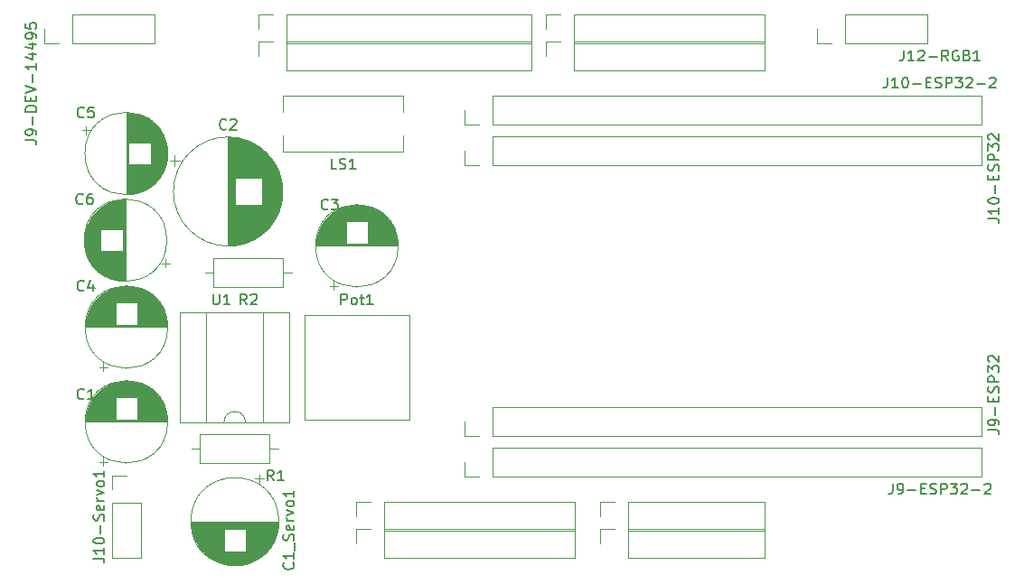
<source format=gbr>
%TF.GenerationSoftware,KiCad,Pcbnew,8.0.8*%
%TF.CreationDate,2025-03-25T01:40:29-04:00*%
%TF.ProjectId,SmartValvePCBv2,536d6172-7456-4616-9c76-655043427632,rev?*%
%TF.SameCoordinates,Original*%
%TF.FileFunction,Legend,Top*%
%TF.FilePolarity,Positive*%
%FSLAX46Y46*%
G04 Gerber Fmt 4.6, Leading zero omitted, Abs format (unit mm)*
G04 Created by KiCad (PCBNEW 8.0.8) date 2025-03-25 01:40:29*
%MOMM*%
%LPD*%
G01*
G04 APERTURE LIST*
%ADD10C,0.150000*%
%ADD11C,0.120000*%
G04 APERTURE END LIST*
D10*
X125193809Y-75054819D02*
X125193809Y-74054819D01*
X125193809Y-74054819D02*
X125574761Y-74054819D01*
X125574761Y-74054819D02*
X125669999Y-74102438D01*
X125669999Y-74102438D02*
X125717618Y-74150057D01*
X125717618Y-74150057D02*
X125765237Y-74245295D01*
X125765237Y-74245295D02*
X125765237Y-74388152D01*
X125765237Y-74388152D02*
X125717618Y-74483390D01*
X125717618Y-74483390D02*
X125669999Y-74531009D01*
X125669999Y-74531009D02*
X125574761Y-74578628D01*
X125574761Y-74578628D02*
X125193809Y-74578628D01*
X126336666Y-75054819D02*
X126241428Y-75007200D01*
X126241428Y-75007200D02*
X126193809Y-74959580D01*
X126193809Y-74959580D02*
X126146190Y-74864342D01*
X126146190Y-74864342D02*
X126146190Y-74578628D01*
X126146190Y-74578628D02*
X126193809Y-74483390D01*
X126193809Y-74483390D02*
X126241428Y-74435771D01*
X126241428Y-74435771D02*
X126336666Y-74388152D01*
X126336666Y-74388152D02*
X126479523Y-74388152D01*
X126479523Y-74388152D02*
X126574761Y-74435771D01*
X126574761Y-74435771D02*
X126622380Y-74483390D01*
X126622380Y-74483390D02*
X126669999Y-74578628D01*
X126669999Y-74578628D02*
X126669999Y-74864342D01*
X126669999Y-74864342D02*
X126622380Y-74959580D01*
X126622380Y-74959580D02*
X126574761Y-75007200D01*
X126574761Y-75007200D02*
X126479523Y-75054819D01*
X126479523Y-75054819D02*
X126336666Y-75054819D01*
X126955714Y-74388152D02*
X127336666Y-74388152D01*
X127098571Y-74054819D02*
X127098571Y-74911961D01*
X127098571Y-74911961D02*
X127146190Y-75007200D01*
X127146190Y-75007200D02*
X127241428Y-75054819D01*
X127241428Y-75054819D02*
X127336666Y-75054819D01*
X128193809Y-75054819D02*
X127622381Y-75054819D01*
X127908095Y-75054819D02*
X127908095Y-74054819D01*
X127908095Y-74054819D02*
X127812857Y-74197676D01*
X127812857Y-74197676D02*
X127717619Y-74292914D01*
X127717619Y-74292914D02*
X127622381Y-74340533D01*
X185814819Y-86823333D02*
X186529104Y-86823333D01*
X186529104Y-86823333D02*
X186671961Y-86870952D01*
X186671961Y-86870952D02*
X186767200Y-86966190D01*
X186767200Y-86966190D02*
X186814819Y-87109047D01*
X186814819Y-87109047D02*
X186814819Y-87204285D01*
X186814819Y-86299523D02*
X186814819Y-86109047D01*
X186814819Y-86109047D02*
X186767200Y-86013809D01*
X186767200Y-86013809D02*
X186719580Y-85966190D01*
X186719580Y-85966190D02*
X186576723Y-85870952D01*
X186576723Y-85870952D02*
X186386247Y-85823333D01*
X186386247Y-85823333D02*
X186005295Y-85823333D01*
X186005295Y-85823333D02*
X185910057Y-85870952D01*
X185910057Y-85870952D02*
X185862438Y-85918571D01*
X185862438Y-85918571D02*
X185814819Y-86013809D01*
X185814819Y-86013809D02*
X185814819Y-86204285D01*
X185814819Y-86204285D02*
X185862438Y-86299523D01*
X185862438Y-86299523D02*
X185910057Y-86347142D01*
X185910057Y-86347142D02*
X186005295Y-86394761D01*
X186005295Y-86394761D02*
X186243390Y-86394761D01*
X186243390Y-86394761D02*
X186338628Y-86347142D01*
X186338628Y-86347142D02*
X186386247Y-86299523D01*
X186386247Y-86299523D02*
X186433866Y-86204285D01*
X186433866Y-86204285D02*
X186433866Y-86013809D01*
X186433866Y-86013809D02*
X186386247Y-85918571D01*
X186386247Y-85918571D02*
X186338628Y-85870952D01*
X186338628Y-85870952D02*
X186243390Y-85823333D01*
X186433866Y-85394761D02*
X186433866Y-84632857D01*
X186291009Y-84156666D02*
X186291009Y-83823333D01*
X186814819Y-83680476D02*
X186814819Y-84156666D01*
X186814819Y-84156666D02*
X185814819Y-84156666D01*
X185814819Y-84156666D02*
X185814819Y-83680476D01*
X186767200Y-83299523D02*
X186814819Y-83156666D01*
X186814819Y-83156666D02*
X186814819Y-82918571D01*
X186814819Y-82918571D02*
X186767200Y-82823333D01*
X186767200Y-82823333D02*
X186719580Y-82775714D01*
X186719580Y-82775714D02*
X186624342Y-82728095D01*
X186624342Y-82728095D02*
X186529104Y-82728095D01*
X186529104Y-82728095D02*
X186433866Y-82775714D01*
X186433866Y-82775714D02*
X186386247Y-82823333D01*
X186386247Y-82823333D02*
X186338628Y-82918571D01*
X186338628Y-82918571D02*
X186291009Y-83109047D01*
X186291009Y-83109047D02*
X186243390Y-83204285D01*
X186243390Y-83204285D02*
X186195771Y-83251904D01*
X186195771Y-83251904D02*
X186100533Y-83299523D01*
X186100533Y-83299523D02*
X186005295Y-83299523D01*
X186005295Y-83299523D02*
X185910057Y-83251904D01*
X185910057Y-83251904D02*
X185862438Y-83204285D01*
X185862438Y-83204285D02*
X185814819Y-83109047D01*
X185814819Y-83109047D02*
X185814819Y-82870952D01*
X185814819Y-82870952D02*
X185862438Y-82728095D01*
X186814819Y-82299523D02*
X185814819Y-82299523D01*
X185814819Y-82299523D02*
X185814819Y-81918571D01*
X185814819Y-81918571D02*
X185862438Y-81823333D01*
X185862438Y-81823333D02*
X185910057Y-81775714D01*
X185910057Y-81775714D02*
X186005295Y-81728095D01*
X186005295Y-81728095D02*
X186148152Y-81728095D01*
X186148152Y-81728095D02*
X186243390Y-81775714D01*
X186243390Y-81775714D02*
X186291009Y-81823333D01*
X186291009Y-81823333D02*
X186338628Y-81918571D01*
X186338628Y-81918571D02*
X186338628Y-82299523D01*
X185814819Y-81394761D02*
X185814819Y-80775714D01*
X185814819Y-80775714D02*
X186195771Y-81109047D01*
X186195771Y-81109047D02*
X186195771Y-80966190D01*
X186195771Y-80966190D02*
X186243390Y-80870952D01*
X186243390Y-80870952D02*
X186291009Y-80823333D01*
X186291009Y-80823333D02*
X186386247Y-80775714D01*
X186386247Y-80775714D02*
X186624342Y-80775714D01*
X186624342Y-80775714D02*
X186719580Y-80823333D01*
X186719580Y-80823333D02*
X186767200Y-80870952D01*
X186767200Y-80870952D02*
X186814819Y-80966190D01*
X186814819Y-80966190D02*
X186814819Y-81251904D01*
X186814819Y-81251904D02*
X186767200Y-81347142D01*
X186767200Y-81347142D02*
X186719580Y-81394761D01*
X185910057Y-80394761D02*
X185862438Y-80347142D01*
X185862438Y-80347142D02*
X185814819Y-80251904D01*
X185814819Y-80251904D02*
X185814819Y-80013809D01*
X185814819Y-80013809D02*
X185862438Y-79918571D01*
X185862438Y-79918571D02*
X185910057Y-79870952D01*
X185910057Y-79870952D02*
X186005295Y-79823333D01*
X186005295Y-79823333D02*
X186100533Y-79823333D01*
X186100533Y-79823333D02*
X186243390Y-79870952D01*
X186243390Y-79870952D02*
X186814819Y-80442380D01*
X186814819Y-80442380D02*
X186814819Y-79823333D01*
X101103333Y-57433580D02*
X101055714Y-57481200D01*
X101055714Y-57481200D02*
X100912857Y-57528819D01*
X100912857Y-57528819D02*
X100817619Y-57528819D01*
X100817619Y-57528819D02*
X100674762Y-57481200D01*
X100674762Y-57481200D02*
X100579524Y-57385961D01*
X100579524Y-57385961D02*
X100531905Y-57290723D01*
X100531905Y-57290723D02*
X100484286Y-57100247D01*
X100484286Y-57100247D02*
X100484286Y-56957390D01*
X100484286Y-56957390D02*
X100531905Y-56766914D01*
X100531905Y-56766914D02*
X100579524Y-56671676D01*
X100579524Y-56671676D02*
X100674762Y-56576438D01*
X100674762Y-56576438D02*
X100817619Y-56528819D01*
X100817619Y-56528819D02*
X100912857Y-56528819D01*
X100912857Y-56528819D02*
X101055714Y-56576438D01*
X101055714Y-56576438D02*
X101103333Y-56624057D01*
X102008095Y-56528819D02*
X101531905Y-56528819D01*
X101531905Y-56528819D02*
X101484286Y-57005009D01*
X101484286Y-57005009D02*
X101531905Y-56957390D01*
X101531905Y-56957390D02*
X101627143Y-56909771D01*
X101627143Y-56909771D02*
X101865238Y-56909771D01*
X101865238Y-56909771D02*
X101960476Y-56957390D01*
X101960476Y-56957390D02*
X102008095Y-57005009D01*
X102008095Y-57005009D02*
X102055714Y-57100247D01*
X102055714Y-57100247D02*
X102055714Y-57338342D01*
X102055714Y-57338342D02*
X102008095Y-57433580D01*
X102008095Y-57433580D02*
X101960476Y-57481200D01*
X101960476Y-57481200D02*
X101865238Y-57528819D01*
X101865238Y-57528819D02*
X101627143Y-57528819D01*
X101627143Y-57528819D02*
X101531905Y-57481200D01*
X101531905Y-57481200D02*
X101484286Y-57433580D01*
X176375238Y-53734819D02*
X176375238Y-54449104D01*
X176375238Y-54449104D02*
X176327619Y-54591961D01*
X176327619Y-54591961D02*
X176232381Y-54687200D01*
X176232381Y-54687200D02*
X176089524Y-54734819D01*
X176089524Y-54734819D02*
X175994286Y-54734819D01*
X177375238Y-54734819D02*
X176803810Y-54734819D01*
X177089524Y-54734819D02*
X177089524Y-53734819D01*
X177089524Y-53734819D02*
X176994286Y-53877676D01*
X176994286Y-53877676D02*
X176899048Y-53972914D01*
X176899048Y-53972914D02*
X176803810Y-54020533D01*
X177994286Y-53734819D02*
X178089524Y-53734819D01*
X178089524Y-53734819D02*
X178184762Y-53782438D01*
X178184762Y-53782438D02*
X178232381Y-53830057D01*
X178232381Y-53830057D02*
X178280000Y-53925295D01*
X178280000Y-53925295D02*
X178327619Y-54115771D01*
X178327619Y-54115771D02*
X178327619Y-54353866D01*
X178327619Y-54353866D02*
X178280000Y-54544342D01*
X178280000Y-54544342D02*
X178232381Y-54639580D01*
X178232381Y-54639580D02*
X178184762Y-54687200D01*
X178184762Y-54687200D02*
X178089524Y-54734819D01*
X178089524Y-54734819D02*
X177994286Y-54734819D01*
X177994286Y-54734819D02*
X177899048Y-54687200D01*
X177899048Y-54687200D02*
X177851429Y-54639580D01*
X177851429Y-54639580D02*
X177803810Y-54544342D01*
X177803810Y-54544342D02*
X177756191Y-54353866D01*
X177756191Y-54353866D02*
X177756191Y-54115771D01*
X177756191Y-54115771D02*
X177803810Y-53925295D01*
X177803810Y-53925295D02*
X177851429Y-53830057D01*
X177851429Y-53830057D02*
X177899048Y-53782438D01*
X177899048Y-53782438D02*
X177994286Y-53734819D01*
X178756191Y-54353866D02*
X179518096Y-54353866D01*
X179994286Y-54211009D02*
X180327619Y-54211009D01*
X180470476Y-54734819D02*
X179994286Y-54734819D01*
X179994286Y-54734819D02*
X179994286Y-53734819D01*
X179994286Y-53734819D02*
X180470476Y-53734819D01*
X180851429Y-54687200D02*
X180994286Y-54734819D01*
X180994286Y-54734819D02*
X181232381Y-54734819D01*
X181232381Y-54734819D02*
X181327619Y-54687200D01*
X181327619Y-54687200D02*
X181375238Y-54639580D01*
X181375238Y-54639580D02*
X181422857Y-54544342D01*
X181422857Y-54544342D02*
X181422857Y-54449104D01*
X181422857Y-54449104D02*
X181375238Y-54353866D01*
X181375238Y-54353866D02*
X181327619Y-54306247D01*
X181327619Y-54306247D02*
X181232381Y-54258628D01*
X181232381Y-54258628D02*
X181041905Y-54211009D01*
X181041905Y-54211009D02*
X180946667Y-54163390D01*
X180946667Y-54163390D02*
X180899048Y-54115771D01*
X180899048Y-54115771D02*
X180851429Y-54020533D01*
X180851429Y-54020533D02*
X180851429Y-53925295D01*
X180851429Y-53925295D02*
X180899048Y-53830057D01*
X180899048Y-53830057D02*
X180946667Y-53782438D01*
X180946667Y-53782438D02*
X181041905Y-53734819D01*
X181041905Y-53734819D02*
X181280000Y-53734819D01*
X181280000Y-53734819D02*
X181422857Y-53782438D01*
X181851429Y-54734819D02*
X181851429Y-53734819D01*
X181851429Y-53734819D02*
X182232381Y-53734819D01*
X182232381Y-53734819D02*
X182327619Y-53782438D01*
X182327619Y-53782438D02*
X182375238Y-53830057D01*
X182375238Y-53830057D02*
X182422857Y-53925295D01*
X182422857Y-53925295D02*
X182422857Y-54068152D01*
X182422857Y-54068152D02*
X182375238Y-54163390D01*
X182375238Y-54163390D02*
X182327619Y-54211009D01*
X182327619Y-54211009D02*
X182232381Y-54258628D01*
X182232381Y-54258628D02*
X181851429Y-54258628D01*
X182756191Y-53734819D02*
X183375238Y-53734819D01*
X183375238Y-53734819D02*
X183041905Y-54115771D01*
X183041905Y-54115771D02*
X183184762Y-54115771D01*
X183184762Y-54115771D02*
X183280000Y-54163390D01*
X183280000Y-54163390D02*
X183327619Y-54211009D01*
X183327619Y-54211009D02*
X183375238Y-54306247D01*
X183375238Y-54306247D02*
X183375238Y-54544342D01*
X183375238Y-54544342D02*
X183327619Y-54639580D01*
X183327619Y-54639580D02*
X183280000Y-54687200D01*
X183280000Y-54687200D02*
X183184762Y-54734819D01*
X183184762Y-54734819D02*
X182899048Y-54734819D01*
X182899048Y-54734819D02*
X182803810Y-54687200D01*
X182803810Y-54687200D02*
X182756191Y-54639580D01*
X183756191Y-53830057D02*
X183803810Y-53782438D01*
X183803810Y-53782438D02*
X183899048Y-53734819D01*
X183899048Y-53734819D02*
X184137143Y-53734819D01*
X184137143Y-53734819D02*
X184232381Y-53782438D01*
X184232381Y-53782438D02*
X184280000Y-53830057D01*
X184280000Y-53830057D02*
X184327619Y-53925295D01*
X184327619Y-53925295D02*
X184327619Y-54020533D01*
X184327619Y-54020533D02*
X184280000Y-54163390D01*
X184280000Y-54163390D02*
X183708572Y-54734819D01*
X183708572Y-54734819D02*
X184327619Y-54734819D01*
X184756191Y-54353866D02*
X185518096Y-54353866D01*
X185946667Y-53830057D02*
X185994286Y-53782438D01*
X185994286Y-53782438D02*
X186089524Y-53734819D01*
X186089524Y-53734819D02*
X186327619Y-53734819D01*
X186327619Y-53734819D02*
X186422857Y-53782438D01*
X186422857Y-53782438D02*
X186470476Y-53830057D01*
X186470476Y-53830057D02*
X186518095Y-53925295D01*
X186518095Y-53925295D02*
X186518095Y-54020533D01*
X186518095Y-54020533D02*
X186470476Y-54163390D01*
X186470476Y-54163390D02*
X185899048Y-54734819D01*
X185899048Y-54734819D02*
X186518095Y-54734819D01*
X123963333Y-66069580D02*
X123915714Y-66117200D01*
X123915714Y-66117200D02*
X123772857Y-66164819D01*
X123772857Y-66164819D02*
X123677619Y-66164819D01*
X123677619Y-66164819D02*
X123534762Y-66117200D01*
X123534762Y-66117200D02*
X123439524Y-66021961D01*
X123439524Y-66021961D02*
X123391905Y-65926723D01*
X123391905Y-65926723D02*
X123344286Y-65736247D01*
X123344286Y-65736247D02*
X123344286Y-65593390D01*
X123344286Y-65593390D02*
X123391905Y-65402914D01*
X123391905Y-65402914D02*
X123439524Y-65307676D01*
X123439524Y-65307676D02*
X123534762Y-65212438D01*
X123534762Y-65212438D02*
X123677619Y-65164819D01*
X123677619Y-65164819D02*
X123772857Y-65164819D01*
X123772857Y-65164819D02*
X123915714Y-65212438D01*
X123915714Y-65212438D02*
X123963333Y-65260057D01*
X124296667Y-65164819D02*
X124915714Y-65164819D01*
X124915714Y-65164819D02*
X124582381Y-65545771D01*
X124582381Y-65545771D02*
X124725238Y-65545771D01*
X124725238Y-65545771D02*
X124820476Y-65593390D01*
X124820476Y-65593390D02*
X124868095Y-65641009D01*
X124868095Y-65641009D02*
X124915714Y-65736247D01*
X124915714Y-65736247D02*
X124915714Y-65974342D01*
X124915714Y-65974342D02*
X124868095Y-66069580D01*
X124868095Y-66069580D02*
X124820476Y-66117200D01*
X124820476Y-66117200D02*
X124725238Y-66164819D01*
X124725238Y-66164819D02*
X124439524Y-66164819D01*
X124439524Y-66164819D02*
X124344286Y-66117200D01*
X124344286Y-66117200D02*
X124296667Y-66069580D01*
X101994819Y-98872381D02*
X102709104Y-98872381D01*
X102709104Y-98872381D02*
X102851961Y-98920000D01*
X102851961Y-98920000D02*
X102947200Y-99015238D01*
X102947200Y-99015238D02*
X102994819Y-99158095D01*
X102994819Y-99158095D02*
X102994819Y-99253333D01*
X102994819Y-97872381D02*
X102994819Y-98443809D01*
X102994819Y-98158095D02*
X101994819Y-98158095D01*
X101994819Y-98158095D02*
X102137676Y-98253333D01*
X102137676Y-98253333D02*
X102232914Y-98348571D01*
X102232914Y-98348571D02*
X102280533Y-98443809D01*
X101994819Y-97253333D02*
X101994819Y-97158095D01*
X101994819Y-97158095D02*
X102042438Y-97062857D01*
X102042438Y-97062857D02*
X102090057Y-97015238D01*
X102090057Y-97015238D02*
X102185295Y-96967619D01*
X102185295Y-96967619D02*
X102375771Y-96920000D01*
X102375771Y-96920000D02*
X102613866Y-96920000D01*
X102613866Y-96920000D02*
X102804342Y-96967619D01*
X102804342Y-96967619D02*
X102899580Y-97015238D01*
X102899580Y-97015238D02*
X102947200Y-97062857D01*
X102947200Y-97062857D02*
X102994819Y-97158095D01*
X102994819Y-97158095D02*
X102994819Y-97253333D01*
X102994819Y-97253333D02*
X102947200Y-97348571D01*
X102947200Y-97348571D02*
X102899580Y-97396190D01*
X102899580Y-97396190D02*
X102804342Y-97443809D01*
X102804342Y-97443809D02*
X102613866Y-97491428D01*
X102613866Y-97491428D02*
X102375771Y-97491428D01*
X102375771Y-97491428D02*
X102185295Y-97443809D01*
X102185295Y-97443809D02*
X102090057Y-97396190D01*
X102090057Y-97396190D02*
X102042438Y-97348571D01*
X102042438Y-97348571D02*
X101994819Y-97253333D01*
X102613866Y-96491428D02*
X102613866Y-95729524D01*
X102947200Y-95300952D02*
X102994819Y-95158095D01*
X102994819Y-95158095D02*
X102994819Y-94920000D01*
X102994819Y-94920000D02*
X102947200Y-94824762D01*
X102947200Y-94824762D02*
X102899580Y-94777143D01*
X102899580Y-94777143D02*
X102804342Y-94729524D01*
X102804342Y-94729524D02*
X102709104Y-94729524D01*
X102709104Y-94729524D02*
X102613866Y-94777143D01*
X102613866Y-94777143D02*
X102566247Y-94824762D01*
X102566247Y-94824762D02*
X102518628Y-94920000D01*
X102518628Y-94920000D02*
X102471009Y-95110476D01*
X102471009Y-95110476D02*
X102423390Y-95205714D01*
X102423390Y-95205714D02*
X102375771Y-95253333D01*
X102375771Y-95253333D02*
X102280533Y-95300952D01*
X102280533Y-95300952D02*
X102185295Y-95300952D01*
X102185295Y-95300952D02*
X102090057Y-95253333D01*
X102090057Y-95253333D02*
X102042438Y-95205714D01*
X102042438Y-95205714D02*
X101994819Y-95110476D01*
X101994819Y-95110476D02*
X101994819Y-94872381D01*
X101994819Y-94872381D02*
X102042438Y-94729524D01*
X102947200Y-93920000D02*
X102994819Y-94015238D01*
X102994819Y-94015238D02*
X102994819Y-94205714D01*
X102994819Y-94205714D02*
X102947200Y-94300952D01*
X102947200Y-94300952D02*
X102851961Y-94348571D01*
X102851961Y-94348571D02*
X102471009Y-94348571D01*
X102471009Y-94348571D02*
X102375771Y-94300952D01*
X102375771Y-94300952D02*
X102328152Y-94205714D01*
X102328152Y-94205714D02*
X102328152Y-94015238D01*
X102328152Y-94015238D02*
X102375771Y-93920000D01*
X102375771Y-93920000D02*
X102471009Y-93872381D01*
X102471009Y-93872381D02*
X102566247Y-93872381D01*
X102566247Y-93872381D02*
X102661485Y-94348571D01*
X102994819Y-93443809D02*
X102328152Y-93443809D01*
X102518628Y-93443809D02*
X102423390Y-93396190D01*
X102423390Y-93396190D02*
X102375771Y-93348571D01*
X102375771Y-93348571D02*
X102328152Y-93253333D01*
X102328152Y-93253333D02*
X102328152Y-93158095D01*
X102328152Y-92919999D02*
X102994819Y-92681904D01*
X102994819Y-92681904D02*
X102328152Y-92443809D01*
X102994819Y-91919999D02*
X102947200Y-92015237D01*
X102947200Y-92015237D02*
X102899580Y-92062856D01*
X102899580Y-92062856D02*
X102804342Y-92110475D01*
X102804342Y-92110475D02*
X102518628Y-92110475D01*
X102518628Y-92110475D02*
X102423390Y-92062856D01*
X102423390Y-92062856D02*
X102375771Y-92015237D01*
X102375771Y-92015237D02*
X102328152Y-91919999D01*
X102328152Y-91919999D02*
X102328152Y-91777142D01*
X102328152Y-91777142D02*
X102375771Y-91681904D01*
X102375771Y-91681904D02*
X102423390Y-91634285D01*
X102423390Y-91634285D02*
X102518628Y-91586666D01*
X102518628Y-91586666D02*
X102804342Y-91586666D01*
X102804342Y-91586666D02*
X102899580Y-91634285D01*
X102899580Y-91634285D02*
X102947200Y-91681904D01*
X102947200Y-91681904D02*
X102994819Y-91777142D01*
X102994819Y-91777142D02*
X102994819Y-91919999D01*
X102994819Y-90634285D02*
X102994819Y-91205713D01*
X102994819Y-90919999D02*
X101994819Y-90919999D01*
X101994819Y-90919999D02*
X102137676Y-91015237D01*
X102137676Y-91015237D02*
X102232914Y-91110475D01*
X102232914Y-91110475D02*
X102280533Y-91205713D01*
X95644819Y-59613333D02*
X96359104Y-59613333D01*
X96359104Y-59613333D02*
X96501961Y-59660952D01*
X96501961Y-59660952D02*
X96597200Y-59756190D01*
X96597200Y-59756190D02*
X96644819Y-59899047D01*
X96644819Y-59899047D02*
X96644819Y-59994285D01*
X96644819Y-59089523D02*
X96644819Y-58899047D01*
X96644819Y-58899047D02*
X96597200Y-58803809D01*
X96597200Y-58803809D02*
X96549580Y-58756190D01*
X96549580Y-58756190D02*
X96406723Y-58660952D01*
X96406723Y-58660952D02*
X96216247Y-58613333D01*
X96216247Y-58613333D02*
X95835295Y-58613333D01*
X95835295Y-58613333D02*
X95740057Y-58660952D01*
X95740057Y-58660952D02*
X95692438Y-58708571D01*
X95692438Y-58708571D02*
X95644819Y-58803809D01*
X95644819Y-58803809D02*
X95644819Y-58994285D01*
X95644819Y-58994285D02*
X95692438Y-59089523D01*
X95692438Y-59089523D02*
X95740057Y-59137142D01*
X95740057Y-59137142D02*
X95835295Y-59184761D01*
X95835295Y-59184761D02*
X96073390Y-59184761D01*
X96073390Y-59184761D02*
X96168628Y-59137142D01*
X96168628Y-59137142D02*
X96216247Y-59089523D01*
X96216247Y-59089523D02*
X96263866Y-58994285D01*
X96263866Y-58994285D02*
X96263866Y-58803809D01*
X96263866Y-58803809D02*
X96216247Y-58708571D01*
X96216247Y-58708571D02*
X96168628Y-58660952D01*
X96168628Y-58660952D02*
X96073390Y-58613333D01*
X96263866Y-58184761D02*
X96263866Y-57422857D01*
X96644819Y-56946666D02*
X95644819Y-56946666D01*
X95644819Y-56946666D02*
X95644819Y-56708571D01*
X95644819Y-56708571D02*
X95692438Y-56565714D01*
X95692438Y-56565714D02*
X95787676Y-56470476D01*
X95787676Y-56470476D02*
X95882914Y-56422857D01*
X95882914Y-56422857D02*
X96073390Y-56375238D01*
X96073390Y-56375238D02*
X96216247Y-56375238D01*
X96216247Y-56375238D02*
X96406723Y-56422857D01*
X96406723Y-56422857D02*
X96501961Y-56470476D01*
X96501961Y-56470476D02*
X96597200Y-56565714D01*
X96597200Y-56565714D02*
X96644819Y-56708571D01*
X96644819Y-56708571D02*
X96644819Y-56946666D01*
X96121009Y-55946666D02*
X96121009Y-55613333D01*
X96644819Y-55470476D02*
X96644819Y-55946666D01*
X96644819Y-55946666D02*
X95644819Y-55946666D01*
X95644819Y-55946666D02*
X95644819Y-55470476D01*
X95644819Y-55184761D02*
X96644819Y-54851428D01*
X96644819Y-54851428D02*
X95644819Y-54518095D01*
X96263866Y-54184761D02*
X96263866Y-53422857D01*
X96644819Y-52422857D02*
X96644819Y-52994285D01*
X96644819Y-52708571D02*
X95644819Y-52708571D01*
X95644819Y-52708571D02*
X95787676Y-52803809D01*
X95787676Y-52803809D02*
X95882914Y-52899047D01*
X95882914Y-52899047D02*
X95930533Y-52994285D01*
X95978152Y-51565714D02*
X96644819Y-51565714D01*
X95597200Y-51803809D02*
X96311485Y-52041904D01*
X96311485Y-52041904D02*
X96311485Y-51422857D01*
X95978152Y-50613333D02*
X96644819Y-50613333D01*
X95597200Y-50851428D02*
X96311485Y-51089523D01*
X96311485Y-51089523D02*
X96311485Y-50470476D01*
X96644819Y-50041904D02*
X96644819Y-49851428D01*
X96644819Y-49851428D02*
X96597200Y-49756190D01*
X96597200Y-49756190D02*
X96549580Y-49708571D01*
X96549580Y-49708571D02*
X96406723Y-49613333D01*
X96406723Y-49613333D02*
X96216247Y-49565714D01*
X96216247Y-49565714D02*
X95835295Y-49565714D01*
X95835295Y-49565714D02*
X95740057Y-49613333D01*
X95740057Y-49613333D02*
X95692438Y-49660952D01*
X95692438Y-49660952D02*
X95644819Y-49756190D01*
X95644819Y-49756190D02*
X95644819Y-49946666D01*
X95644819Y-49946666D02*
X95692438Y-50041904D01*
X95692438Y-50041904D02*
X95740057Y-50089523D01*
X95740057Y-50089523D02*
X95835295Y-50137142D01*
X95835295Y-50137142D02*
X96073390Y-50137142D01*
X96073390Y-50137142D02*
X96168628Y-50089523D01*
X96168628Y-50089523D02*
X96216247Y-50041904D01*
X96216247Y-50041904D02*
X96263866Y-49946666D01*
X96263866Y-49946666D02*
X96263866Y-49756190D01*
X96263866Y-49756190D02*
X96216247Y-49660952D01*
X96216247Y-49660952D02*
X96168628Y-49613333D01*
X96168628Y-49613333D02*
X96073390Y-49565714D01*
X95644819Y-48660952D02*
X95644819Y-49137142D01*
X95644819Y-49137142D02*
X96121009Y-49184761D01*
X96121009Y-49184761D02*
X96073390Y-49137142D01*
X96073390Y-49137142D02*
X96025771Y-49041904D01*
X96025771Y-49041904D02*
X96025771Y-48803809D01*
X96025771Y-48803809D02*
X96073390Y-48708571D01*
X96073390Y-48708571D02*
X96121009Y-48660952D01*
X96121009Y-48660952D02*
X96216247Y-48613333D01*
X96216247Y-48613333D02*
X96454342Y-48613333D01*
X96454342Y-48613333D02*
X96549580Y-48660952D01*
X96549580Y-48660952D02*
X96597200Y-48708571D01*
X96597200Y-48708571D02*
X96644819Y-48803809D01*
X96644819Y-48803809D02*
X96644819Y-49041904D01*
X96644819Y-49041904D02*
X96597200Y-49137142D01*
X96597200Y-49137142D02*
X96549580Y-49184761D01*
X185814819Y-66979523D02*
X186529104Y-66979523D01*
X186529104Y-66979523D02*
X186671961Y-67027142D01*
X186671961Y-67027142D02*
X186767200Y-67122380D01*
X186767200Y-67122380D02*
X186814819Y-67265237D01*
X186814819Y-67265237D02*
X186814819Y-67360475D01*
X186814819Y-65979523D02*
X186814819Y-66550951D01*
X186814819Y-66265237D02*
X185814819Y-66265237D01*
X185814819Y-66265237D02*
X185957676Y-66360475D01*
X185957676Y-66360475D02*
X186052914Y-66455713D01*
X186052914Y-66455713D02*
X186100533Y-66550951D01*
X185814819Y-65360475D02*
X185814819Y-65265237D01*
X185814819Y-65265237D02*
X185862438Y-65169999D01*
X185862438Y-65169999D02*
X185910057Y-65122380D01*
X185910057Y-65122380D02*
X186005295Y-65074761D01*
X186005295Y-65074761D02*
X186195771Y-65027142D01*
X186195771Y-65027142D02*
X186433866Y-65027142D01*
X186433866Y-65027142D02*
X186624342Y-65074761D01*
X186624342Y-65074761D02*
X186719580Y-65122380D01*
X186719580Y-65122380D02*
X186767200Y-65169999D01*
X186767200Y-65169999D02*
X186814819Y-65265237D01*
X186814819Y-65265237D02*
X186814819Y-65360475D01*
X186814819Y-65360475D02*
X186767200Y-65455713D01*
X186767200Y-65455713D02*
X186719580Y-65503332D01*
X186719580Y-65503332D02*
X186624342Y-65550951D01*
X186624342Y-65550951D02*
X186433866Y-65598570D01*
X186433866Y-65598570D02*
X186195771Y-65598570D01*
X186195771Y-65598570D02*
X186005295Y-65550951D01*
X186005295Y-65550951D02*
X185910057Y-65503332D01*
X185910057Y-65503332D02*
X185862438Y-65455713D01*
X185862438Y-65455713D02*
X185814819Y-65360475D01*
X186433866Y-64598570D02*
X186433866Y-63836666D01*
X186291009Y-63360475D02*
X186291009Y-63027142D01*
X186814819Y-62884285D02*
X186814819Y-63360475D01*
X186814819Y-63360475D02*
X185814819Y-63360475D01*
X185814819Y-63360475D02*
X185814819Y-62884285D01*
X186767200Y-62503332D02*
X186814819Y-62360475D01*
X186814819Y-62360475D02*
X186814819Y-62122380D01*
X186814819Y-62122380D02*
X186767200Y-62027142D01*
X186767200Y-62027142D02*
X186719580Y-61979523D01*
X186719580Y-61979523D02*
X186624342Y-61931904D01*
X186624342Y-61931904D02*
X186529104Y-61931904D01*
X186529104Y-61931904D02*
X186433866Y-61979523D01*
X186433866Y-61979523D02*
X186386247Y-62027142D01*
X186386247Y-62027142D02*
X186338628Y-62122380D01*
X186338628Y-62122380D02*
X186291009Y-62312856D01*
X186291009Y-62312856D02*
X186243390Y-62408094D01*
X186243390Y-62408094D02*
X186195771Y-62455713D01*
X186195771Y-62455713D02*
X186100533Y-62503332D01*
X186100533Y-62503332D02*
X186005295Y-62503332D01*
X186005295Y-62503332D02*
X185910057Y-62455713D01*
X185910057Y-62455713D02*
X185862438Y-62408094D01*
X185862438Y-62408094D02*
X185814819Y-62312856D01*
X185814819Y-62312856D02*
X185814819Y-62074761D01*
X185814819Y-62074761D02*
X185862438Y-61931904D01*
X186814819Y-61503332D02*
X185814819Y-61503332D01*
X185814819Y-61503332D02*
X185814819Y-61122380D01*
X185814819Y-61122380D02*
X185862438Y-61027142D01*
X185862438Y-61027142D02*
X185910057Y-60979523D01*
X185910057Y-60979523D02*
X186005295Y-60931904D01*
X186005295Y-60931904D02*
X186148152Y-60931904D01*
X186148152Y-60931904D02*
X186243390Y-60979523D01*
X186243390Y-60979523D02*
X186291009Y-61027142D01*
X186291009Y-61027142D02*
X186338628Y-61122380D01*
X186338628Y-61122380D02*
X186338628Y-61503332D01*
X185814819Y-60598570D02*
X185814819Y-59979523D01*
X185814819Y-59979523D02*
X186195771Y-60312856D01*
X186195771Y-60312856D02*
X186195771Y-60169999D01*
X186195771Y-60169999D02*
X186243390Y-60074761D01*
X186243390Y-60074761D02*
X186291009Y-60027142D01*
X186291009Y-60027142D02*
X186386247Y-59979523D01*
X186386247Y-59979523D02*
X186624342Y-59979523D01*
X186624342Y-59979523D02*
X186719580Y-60027142D01*
X186719580Y-60027142D02*
X186767200Y-60074761D01*
X186767200Y-60074761D02*
X186814819Y-60169999D01*
X186814819Y-60169999D02*
X186814819Y-60455713D01*
X186814819Y-60455713D02*
X186767200Y-60550951D01*
X186767200Y-60550951D02*
X186719580Y-60598570D01*
X185910057Y-59598570D02*
X185862438Y-59550951D01*
X185862438Y-59550951D02*
X185814819Y-59455713D01*
X185814819Y-59455713D02*
X185814819Y-59217618D01*
X185814819Y-59217618D02*
X185862438Y-59122380D01*
X185862438Y-59122380D02*
X185910057Y-59074761D01*
X185910057Y-59074761D02*
X186005295Y-59027142D01*
X186005295Y-59027142D02*
X186100533Y-59027142D01*
X186100533Y-59027142D02*
X186243390Y-59074761D01*
X186243390Y-59074761D02*
X186814819Y-59646189D01*
X186814819Y-59646189D02*
X186814819Y-59027142D01*
X100994728Y-65561580D02*
X100947109Y-65609200D01*
X100947109Y-65609200D02*
X100804252Y-65656819D01*
X100804252Y-65656819D02*
X100709014Y-65656819D01*
X100709014Y-65656819D02*
X100566157Y-65609200D01*
X100566157Y-65609200D02*
X100470919Y-65513961D01*
X100470919Y-65513961D02*
X100423300Y-65418723D01*
X100423300Y-65418723D02*
X100375681Y-65228247D01*
X100375681Y-65228247D02*
X100375681Y-65085390D01*
X100375681Y-65085390D02*
X100423300Y-64894914D01*
X100423300Y-64894914D02*
X100470919Y-64799676D01*
X100470919Y-64799676D02*
X100566157Y-64704438D01*
X100566157Y-64704438D02*
X100709014Y-64656819D01*
X100709014Y-64656819D02*
X100804252Y-64656819D01*
X100804252Y-64656819D02*
X100947109Y-64704438D01*
X100947109Y-64704438D02*
X100994728Y-64752057D01*
X101851871Y-64656819D02*
X101661395Y-64656819D01*
X101661395Y-64656819D02*
X101566157Y-64704438D01*
X101566157Y-64704438D02*
X101518538Y-64752057D01*
X101518538Y-64752057D02*
X101423300Y-64894914D01*
X101423300Y-64894914D02*
X101375681Y-65085390D01*
X101375681Y-65085390D02*
X101375681Y-65466342D01*
X101375681Y-65466342D02*
X101423300Y-65561580D01*
X101423300Y-65561580D02*
X101470919Y-65609200D01*
X101470919Y-65609200D02*
X101566157Y-65656819D01*
X101566157Y-65656819D02*
X101756633Y-65656819D01*
X101756633Y-65656819D02*
X101851871Y-65609200D01*
X101851871Y-65609200D02*
X101899490Y-65561580D01*
X101899490Y-65561580D02*
X101947109Y-65466342D01*
X101947109Y-65466342D02*
X101947109Y-65228247D01*
X101947109Y-65228247D02*
X101899490Y-65133009D01*
X101899490Y-65133009D02*
X101851871Y-65085390D01*
X101851871Y-65085390D02*
X101756633Y-65037771D01*
X101756633Y-65037771D02*
X101566157Y-65037771D01*
X101566157Y-65037771D02*
X101470919Y-65085390D01*
X101470919Y-65085390D02*
X101423300Y-65133009D01*
X101423300Y-65133009D02*
X101375681Y-65228247D01*
X177875238Y-51194819D02*
X177875238Y-51909104D01*
X177875238Y-51909104D02*
X177827619Y-52051961D01*
X177827619Y-52051961D02*
X177732381Y-52147200D01*
X177732381Y-52147200D02*
X177589524Y-52194819D01*
X177589524Y-52194819D02*
X177494286Y-52194819D01*
X178875238Y-52194819D02*
X178303810Y-52194819D01*
X178589524Y-52194819D02*
X178589524Y-51194819D01*
X178589524Y-51194819D02*
X178494286Y-51337676D01*
X178494286Y-51337676D02*
X178399048Y-51432914D01*
X178399048Y-51432914D02*
X178303810Y-51480533D01*
X179256191Y-51290057D02*
X179303810Y-51242438D01*
X179303810Y-51242438D02*
X179399048Y-51194819D01*
X179399048Y-51194819D02*
X179637143Y-51194819D01*
X179637143Y-51194819D02*
X179732381Y-51242438D01*
X179732381Y-51242438D02*
X179780000Y-51290057D01*
X179780000Y-51290057D02*
X179827619Y-51385295D01*
X179827619Y-51385295D02*
X179827619Y-51480533D01*
X179827619Y-51480533D02*
X179780000Y-51623390D01*
X179780000Y-51623390D02*
X179208572Y-52194819D01*
X179208572Y-52194819D02*
X179827619Y-52194819D01*
X180256191Y-51813866D02*
X181018096Y-51813866D01*
X182065714Y-52194819D02*
X181732381Y-51718628D01*
X181494286Y-52194819D02*
X181494286Y-51194819D01*
X181494286Y-51194819D02*
X181875238Y-51194819D01*
X181875238Y-51194819D02*
X181970476Y-51242438D01*
X181970476Y-51242438D02*
X182018095Y-51290057D01*
X182018095Y-51290057D02*
X182065714Y-51385295D01*
X182065714Y-51385295D02*
X182065714Y-51528152D01*
X182065714Y-51528152D02*
X182018095Y-51623390D01*
X182018095Y-51623390D02*
X181970476Y-51671009D01*
X181970476Y-51671009D02*
X181875238Y-51718628D01*
X181875238Y-51718628D02*
X181494286Y-51718628D01*
X183018095Y-51242438D02*
X182922857Y-51194819D01*
X182922857Y-51194819D02*
X182780000Y-51194819D01*
X182780000Y-51194819D02*
X182637143Y-51242438D01*
X182637143Y-51242438D02*
X182541905Y-51337676D01*
X182541905Y-51337676D02*
X182494286Y-51432914D01*
X182494286Y-51432914D02*
X182446667Y-51623390D01*
X182446667Y-51623390D02*
X182446667Y-51766247D01*
X182446667Y-51766247D02*
X182494286Y-51956723D01*
X182494286Y-51956723D02*
X182541905Y-52051961D01*
X182541905Y-52051961D02*
X182637143Y-52147200D01*
X182637143Y-52147200D02*
X182780000Y-52194819D01*
X182780000Y-52194819D02*
X182875238Y-52194819D01*
X182875238Y-52194819D02*
X183018095Y-52147200D01*
X183018095Y-52147200D02*
X183065714Y-52099580D01*
X183065714Y-52099580D02*
X183065714Y-51766247D01*
X183065714Y-51766247D02*
X182875238Y-51766247D01*
X183827619Y-51671009D02*
X183970476Y-51718628D01*
X183970476Y-51718628D02*
X184018095Y-51766247D01*
X184018095Y-51766247D02*
X184065714Y-51861485D01*
X184065714Y-51861485D02*
X184065714Y-52004342D01*
X184065714Y-52004342D02*
X184018095Y-52099580D01*
X184018095Y-52099580D02*
X183970476Y-52147200D01*
X183970476Y-52147200D02*
X183875238Y-52194819D01*
X183875238Y-52194819D02*
X183494286Y-52194819D01*
X183494286Y-52194819D02*
X183494286Y-51194819D01*
X183494286Y-51194819D02*
X183827619Y-51194819D01*
X183827619Y-51194819D02*
X183922857Y-51242438D01*
X183922857Y-51242438D02*
X183970476Y-51290057D01*
X183970476Y-51290057D02*
X184018095Y-51385295D01*
X184018095Y-51385295D02*
X184018095Y-51480533D01*
X184018095Y-51480533D02*
X183970476Y-51575771D01*
X183970476Y-51575771D02*
X183922857Y-51623390D01*
X183922857Y-51623390D02*
X183827619Y-51671009D01*
X183827619Y-51671009D02*
X183494286Y-51671009D01*
X185018095Y-52194819D02*
X184446667Y-52194819D01*
X184732381Y-52194819D02*
X184732381Y-51194819D01*
X184732381Y-51194819D02*
X184637143Y-51337676D01*
X184637143Y-51337676D02*
X184541905Y-51432914D01*
X184541905Y-51432914D02*
X184446667Y-51480533D01*
X118883333Y-91564819D02*
X118550000Y-91088628D01*
X118311905Y-91564819D02*
X118311905Y-90564819D01*
X118311905Y-90564819D02*
X118692857Y-90564819D01*
X118692857Y-90564819D02*
X118788095Y-90612438D01*
X118788095Y-90612438D02*
X118835714Y-90660057D01*
X118835714Y-90660057D02*
X118883333Y-90755295D01*
X118883333Y-90755295D02*
X118883333Y-90898152D01*
X118883333Y-90898152D02*
X118835714Y-90993390D01*
X118835714Y-90993390D02*
X118788095Y-91041009D01*
X118788095Y-91041009D02*
X118692857Y-91088628D01*
X118692857Y-91088628D02*
X118311905Y-91088628D01*
X119835714Y-91564819D02*
X119264286Y-91564819D01*
X119550000Y-91564819D02*
X119550000Y-90564819D01*
X119550000Y-90564819D02*
X119454762Y-90707676D01*
X119454762Y-90707676D02*
X119359524Y-90802914D01*
X119359524Y-90802914D02*
X119264286Y-90850533D01*
X101103333Y-73689580D02*
X101055714Y-73737200D01*
X101055714Y-73737200D02*
X100912857Y-73784819D01*
X100912857Y-73784819D02*
X100817619Y-73784819D01*
X100817619Y-73784819D02*
X100674762Y-73737200D01*
X100674762Y-73737200D02*
X100579524Y-73641961D01*
X100579524Y-73641961D02*
X100531905Y-73546723D01*
X100531905Y-73546723D02*
X100484286Y-73356247D01*
X100484286Y-73356247D02*
X100484286Y-73213390D01*
X100484286Y-73213390D02*
X100531905Y-73022914D01*
X100531905Y-73022914D02*
X100579524Y-72927676D01*
X100579524Y-72927676D02*
X100674762Y-72832438D01*
X100674762Y-72832438D02*
X100817619Y-72784819D01*
X100817619Y-72784819D02*
X100912857Y-72784819D01*
X100912857Y-72784819D02*
X101055714Y-72832438D01*
X101055714Y-72832438D02*
X101103333Y-72880057D01*
X101960476Y-73118152D02*
X101960476Y-73784819D01*
X101722381Y-72737200D02*
X101484286Y-73451485D01*
X101484286Y-73451485D02*
X102103333Y-73451485D01*
X176851428Y-91834819D02*
X176851428Y-92549104D01*
X176851428Y-92549104D02*
X176803809Y-92691961D01*
X176803809Y-92691961D02*
X176708571Y-92787200D01*
X176708571Y-92787200D02*
X176565714Y-92834819D01*
X176565714Y-92834819D02*
X176470476Y-92834819D01*
X177375238Y-92834819D02*
X177565714Y-92834819D01*
X177565714Y-92834819D02*
X177660952Y-92787200D01*
X177660952Y-92787200D02*
X177708571Y-92739580D01*
X177708571Y-92739580D02*
X177803809Y-92596723D01*
X177803809Y-92596723D02*
X177851428Y-92406247D01*
X177851428Y-92406247D02*
X177851428Y-92025295D01*
X177851428Y-92025295D02*
X177803809Y-91930057D01*
X177803809Y-91930057D02*
X177756190Y-91882438D01*
X177756190Y-91882438D02*
X177660952Y-91834819D01*
X177660952Y-91834819D02*
X177470476Y-91834819D01*
X177470476Y-91834819D02*
X177375238Y-91882438D01*
X177375238Y-91882438D02*
X177327619Y-91930057D01*
X177327619Y-91930057D02*
X177280000Y-92025295D01*
X177280000Y-92025295D02*
X177280000Y-92263390D01*
X177280000Y-92263390D02*
X177327619Y-92358628D01*
X177327619Y-92358628D02*
X177375238Y-92406247D01*
X177375238Y-92406247D02*
X177470476Y-92453866D01*
X177470476Y-92453866D02*
X177660952Y-92453866D01*
X177660952Y-92453866D02*
X177756190Y-92406247D01*
X177756190Y-92406247D02*
X177803809Y-92358628D01*
X177803809Y-92358628D02*
X177851428Y-92263390D01*
X178280000Y-92453866D02*
X179041905Y-92453866D01*
X179518095Y-92311009D02*
X179851428Y-92311009D01*
X179994285Y-92834819D02*
X179518095Y-92834819D01*
X179518095Y-92834819D02*
X179518095Y-91834819D01*
X179518095Y-91834819D02*
X179994285Y-91834819D01*
X180375238Y-92787200D02*
X180518095Y-92834819D01*
X180518095Y-92834819D02*
X180756190Y-92834819D01*
X180756190Y-92834819D02*
X180851428Y-92787200D01*
X180851428Y-92787200D02*
X180899047Y-92739580D01*
X180899047Y-92739580D02*
X180946666Y-92644342D01*
X180946666Y-92644342D02*
X180946666Y-92549104D01*
X180946666Y-92549104D02*
X180899047Y-92453866D01*
X180899047Y-92453866D02*
X180851428Y-92406247D01*
X180851428Y-92406247D02*
X180756190Y-92358628D01*
X180756190Y-92358628D02*
X180565714Y-92311009D01*
X180565714Y-92311009D02*
X180470476Y-92263390D01*
X180470476Y-92263390D02*
X180422857Y-92215771D01*
X180422857Y-92215771D02*
X180375238Y-92120533D01*
X180375238Y-92120533D02*
X180375238Y-92025295D01*
X180375238Y-92025295D02*
X180422857Y-91930057D01*
X180422857Y-91930057D02*
X180470476Y-91882438D01*
X180470476Y-91882438D02*
X180565714Y-91834819D01*
X180565714Y-91834819D02*
X180803809Y-91834819D01*
X180803809Y-91834819D02*
X180946666Y-91882438D01*
X181375238Y-92834819D02*
X181375238Y-91834819D01*
X181375238Y-91834819D02*
X181756190Y-91834819D01*
X181756190Y-91834819D02*
X181851428Y-91882438D01*
X181851428Y-91882438D02*
X181899047Y-91930057D01*
X181899047Y-91930057D02*
X181946666Y-92025295D01*
X181946666Y-92025295D02*
X181946666Y-92168152D01*
X181946666Y-92168152D02*
X181899047Y-92263390D01*
X181899047Y-92263390D02*
X181851428Y-92311009D01*
X181851428Y-92311009D02*
X181756190Y-92358628D01*
X181756190Y-92358628D02*
X181375238Y-92358628D01*
X182280000Y-91834819D02*
X182899047Y-91834819D01*
X182899047Y-91834819D02*
X182565714Y-92215771D01*
X182565714Y-92215771D02*
X182708571Y-92215771D01*
X182708571Y-92215771D02*
X182803809Y-92263390D01*
X182803809Y-92263390D02*
X182851428Y-92311009D01*
X182851428Y-92311009D02*
X182899047Y-92406247D01*
X182899047Y-92406247D02*
X182899047Y-92644342D01*
X182899047Y-92644342D02*
X182851428Y-92739580D01*
X182851428Y-92739580D02*
X182803809Y-92787200D01*
X182803809Y-92787200D02*
X182708571Y-92834819D01*
X182708571Y-92834819D02*
X182422857Y-92834819D01*
X182422857Y-92834819D02*
X182327619Y-92787200D01*
X182327619Y-92787200D02*
X182280000Y-92739580D01*
X183280000Y-91930057D02*
X183327619Y-91882438D01*
X183327619Y-91882438D02*
X183422857Y-91834819D01*
X183422857Y-91834819D02*
X183660952Y-91834819D01*
X183660952Y-91834819D02*
X183756190Y-91882438D01*
X183756190Y-91882438D02*
X183803809Y-91930057D01*
X183803809Y-91930057D02*
X183851428Y-92025295D01*
X183851428Y-92025295D02*
X183851428Y-92120533D01*
X183851428Y-92120533D02*
X183803809Y-92263390D01*
X183803809Y-92263390D02*
X183232381Y-92834819D01*
X183232381Y-92834819D02*
X183851428Y-92834819D01*
X184280000Y-92453866D02*
X185041905Y-92453866D01*
X185470476Y-91930057D02*
X185518095Y-91882438D01*
X185518095Y-91882438D02*
X185613333Y-91834819D01*
X185613333Y-91834819D02*
X185851428Y-91834819D01*
X185851428Y-91834819D02*
X185946666Y-91882438D01*
X185946666Y-91882438D02*
X185994285Y-91930057D01*
X185994285Y-91930057D02*
X186041904Y-92025295D01*
X186041904Y-92025295D02*
X186041904Y-92120533D01*
X186041904Y-92120533D02*
X185994285Y-92263390D01*
X185994285Y-92263390D02*
X185422857Y-92834819D01*
X185422857Y-92834819D02*
X186041904Y-92834819D01*
X124757142Y-62354819D02*
X124280952Y-62354819D01*
X124280952Y-62354819D02*
X124280952Y-61354819D01*
X125042857Y-62307200D02*
X125185714Y-62354819D01*
X125185714Y-62354819D02*
X125423809Y-62354819D01*
X125423809Y-62354819D02*
X125519047Y-62307200D01*
X125519047Y-62307200D02*
X125566666Y-62259580D01*
X125566666Y-62259580D02*
X125614285Y-62164342D01*
X125614285Y-62164342D02*
X125614285Y-62069104D01*
X125614285Y-62069104D02*
X125566666Y-61973866D01*
X125566666Y-61973866D02*
X125519047Y-61926247D01*
X125519047Y-61926247D02*
X125423809Y-61878628D01*
X125423809Y-61878628D02*
X125233333Y-61831009D01*
X125233333Y-61831009D02*
X125138095Y-61783390D01*
X125138095Y-61783390D02*
X125090476Y-61735771D01*
X125090476Y-61735771D02*
X125042857Y-61640533D01*
X125042857Y-61640533D02*
X125042857Y-61545295D01*
X125042857Y-61545295D02*
X125090476Y-61450057D01*
X125090476Y-61450057D02*
X125138095Y-61402438D01*
X125138095Y-61402438D02*
X125233333Y-61354819D01*
X125233333Y-61354819D02*
X125471428Y-61354819D01*
X125471428Y-61354819D02*
X125614285Y-61402438D01*
X126566666Y-62354819D02*
X125995238Y-62354819D01*
X126280952Y-62354819D02*
X126280952Y-61354819D01*
X126280952Y-61354819D02*
X126185714Y-61497676D01*
X126185714Y-61497676D02*
X126090476Y-61592914D01*
X126090476Y-61592914D02*
X125995238Y-61640533D01*
X116343333Y-75054819D02*
X116010000Y-74578628D01*
X115771905Y-75054819D02*
X115771905Y-74054819D01*
X115771905Y-74054819D02*
X116152857Y-74054819D01*
X116152857Y-74054819D02*
X116248095Y-74102438D01*
X116248095Y-74102438D02*
X116295714Y-74150057D01*
X116295714Y-74150057D02*
X116343333Y-74245295D01*
X116343333Y-74245295D02*
X116343333Y-74388152D01*
X116343333Y-74388152D02*
X116295714Y-74483390D01*
X116295714Y-74483390D02*
X116248095Y-74531009D01*
X116248095Y-74531009D02*
X116152857Y-74578628D01*
X116152857Y-74578628D02*
X115771905Y-74578628D01*
X116724286Y-74150057D02*
X116771905Y-74102438D01*
X116771905Y-74102438D02*
X116867143Y-74054819D01*
X116867143Y-74054819D02*
X117105238Y-74054819D01*
X117105238Y-74054819D02*
X117200476Y-74102438D01*
X117200476Y-74102438D02*
X117248095Y-74150057D01*
X117248095Y-74150057D02*
X117295714Y-74245295D01*
X117295714Y-74245295D02*
X117295714Y-74340533D01*
X117295714Y-74340533D02*
X117248095Y-74483390D01*
X117248095Y-74483390D02*
X116676667Y-75054819D01*
X116676667Y-75054819D02*
X117295714Y-75054819D01*
X114433333Y-58549580D02*
X114385714Y-58597200D01*
X114385714Y-58597200D02*
X114242857Y-58644819D01*
X114242857Y-58644819D02*
X114147619Y-58644819D01*
X114147619Y-58644819D02*
X114004762Y-58597200D01*
X114004762Y-58597200D02*
X113909524Y-58501961D01*
X113909524Y-58501961D02*
X113861905Y-58406723D01*
X113861905Y-58406723D02*
X113814286Y-58216247D01*
X113814286Y-58216247D02*
X113814286Y-58073390D01*
X113814286Y-58073390D02*
X113861905Y-57882914D01*
X113861905Y-57882914D02*
X113909524Y-57787676D01*
X113909524Y-57787676D02*
X114004762Y-57692438D01*
X114004762Y-57692438D02*
X114147619Y-57644819D01*
X114147619Y-57644819D02*
X114242857Y-57644819D01*
X114242857Y-57644819D02*
X114385714Y-57692438D01*
X114385714Y-57692438D02*
X114433333Y-57740057D01*
X114814286Y-57740057D02*
X114861905Y-57692438D01*
X114861905Y-57692438D02*
X114957143Y-57644819D01*
X114957143Y-57644819D02*
X115195238Y-57644819D01*
X115195238Y-57644819D02*
X115290476Y-57692438D01*
X115290476Y-57692438D02*
X115338095Y-57740057D01*
X115338095Y-57740057D02*
X115385714Y-57835295D01*
X115385714Y-57835295D02*
X115385714Y-57930533D01*
X115385714Y-57930533D02*
X115338095Y-58073390D01*
X115338095Y-58073390D02*
X114766667Y-58644819D01*
X114766667Y-58644819D02*
X115385714Y-58644819D01*
X113208095Y-74054819D02*
X113208095Y-74864342D01*
X113208095Y-74864342D02*
X113255714Y-74959580D01*
X113255714Y-74959580D02*
X113303333Y-75007200D01*
X113303333Y-75007200D02*
X113398571Y-75054819D01*
X113398571Y-75054819D02*
X113589047Y-75054819D01*
X113589047Y-75054819D02*
X113684285Y-75007200D01*
X113684285Y-75007200D02*
X113731904Y-74959580D01*
X113731904Y-74959580D02*
X113779523Y-74864342D01*
X113779523Y-74864342D02*
X113779523Y-74054819D01*
X114779523Y-75054819D02*
X114208095Y-75054819D01*
X114493809Y-75054819D02*
X114493809Y-74054819D01*
X114493809Y-74054819D02*
X114398571Y-74197676D01*
X114398571Y-74197676D02*
X114303333Y-74292914D01*
X114303333Y-74292914D02*
X114208095Y-74340533D01*
X101103333Y-83849580D02*
X101055714Y-83897200D01*
X101055714Y-83897200D02*
X100912857Y-83944819D01*
X100912857Y-83944819D02*
X100817619Y-83944819D01*
X100817619Y-83944819D02*
X100674762Y-83897200D01*
X100674762Y-83897200D02*
X100579524Y-83801961D01*
X100579524Y-83801961D02*
X100531905Y-83706723D01*
X100531905Y-83706723D02*
X100484286Y-83516247D01*
X100484286Y-83516247D02*
X100484286Y-83373390D01*
X100484286Y-83373390D02*
X100531905Y-83182914D01*
X100531905Y-83182914D02*
X100579524Y-83087676D01*
X100579524Y-83087676D02*
X100674762Y-82992438D01*
X100674762Y-82992438D02*
X100817619Y-82944819D01*
X100817619Y-82944819D02*
X100912857Y-82944819D01*
X100912857Y-82944819D02*
X101055714Y-82992438D01*
X101055714Y-82992438D02*
X101103333Y-83040057D01*
X102055714Y-83944819D02*
X101484286Y-83944819D01*
X101770000Y-83944819D02*
X101770000Y-82944819D01*
X101770000Y-82944819D02*
X101674762Y-83087676D01*
X101674762Y-83087676D02*
X101579524Y-83182914D01*
X101579524Y-83182914D02*
X101484286Y-83230533D01*
X120679580Y-99261429D02*
X120727200Y-99309048D01*
X120727200Y-99309048D02*
X120774819Y-99451905D01*
X120774819Y-99451905D02*
X120774819Y-99547143D01*
X120774819Y-99547143D02*
X120727200Y-99690000D01*
X120727200Y-99690000D02*
X120631961Y-99785238D01*
X120631961Y-99785238D02*
X120536723Y-99832857D01*
X120536723Y-99832857D02*
X120346247Y-99880476D01*
X120346247Y-99880476D02*
X120203390Y-99880476D01*
X120203390Y-99880476D02*
X120012914Y-99832857D01*
X120012914Y-99832857D02*
X119917676Y-99785238D01*
X119917676Y-99785238D02*
X119822438Y-99690000D01*
X119822438Y-99690000D02*
X119774819Y-99547143D01*
X119774819Y-99547143D02*
X119774819Y-99451905D01*
X119774819Y-99451905D02*
X119822438Y-99309048D01*
X119822438Y-99309048D02*
X119870057Y-99261429D01*
X120774819Y-98309048D02*
X120774819Y-98880476D01*
X120774819Y-98594762D02*
X119774819Y-98594762D01*
X119774819Y-98594762D02*
X119917676Y-98690000D01*
X119917676Y-98690000D02*
X120012914Y-98785238D01*
X120012914Y-98785238D02*
X120060533Y-98880476D01*
X120870057Y-98118572D02*
X120870057Y-97356667D01*
X120727200Y-97166190D02*
X120774819Y-97023333D01*
X120774819Y-97023333D02*
X120774819Y-96785238D01*
X120774819Y-96785238D02*
X120727200Y-96690000D01*
X120727200Y-96690000D02*
X120679580Y-96642381D01*
X120679580Y-96642381D02*
X120584342Y-96594762D01*
X120584342Y-96594762D02*
X120489104Y-96594762D01*
X120489104Y-96594762D02*
X120393866Y-96642381D01*
X120393866Y-96642381D02*
X120346247Y-96690000D01*
X120346247Y-96690000D02*
X120298628Y-96785238D01*
X120298628Y-96785238D02*
X120251009Y-96975714D01*
X120251009Y-96975714D02*
X120203390Y-97070952D01*
X120203390Y-97070952D02*
X120155771Y-97118571D01*
X120155771Y-97118571D02*
X120060533Y-97166190D01*
X120060533Y-97166190D02*
X119965295Y-97166190D01*
X119965295Y-97166190D02*
X119870057Y-97118571D01*
X119870057Y-97118571D02*
X119822438Y-97070952D01*
X119822438Y-97070952D02*
X119774819Y-96975714D01*
X119774819Y-96975714D02*
X119774819Y-96737619D01*
X119774819Y-96737619D02*
X119822438Y-96594762D01*
X120727200Y-95785238D02*
X120774819Y-95880476D01*
X120774819Y-95880476D02*
X120774819Y-96070952D01*
X120774819Y-96070952D02*
X120727200Y-96166190D01*
X120727200Y-96166190D02*
X120631961Y-96213809D01*
X120631961Y-96213809D02*
X120251009Y-96213809D01*
X120251009Y-96213809D02*
X120155771Y-96166190D01*
X120155771Y-96166190D02*
X120108152Y-96070952D01*
X120108152Y-96070952D02*
X120108152Y-95880476D01*
X120108152Y-95880476D02*
X120155771Y-95785238D01*
X120155771Y-95785238D02*
X120251009Y-95737619D01*
X120251009Y-95737619D02*
X120346247Y-95737619D01*
X120346247Y-95737619D02*
X120441485Y-96213809D01*
X120774819Y-95309047D02*
X120108152Y-95309047D01*
X120298628Y-95309047D02*
X120203390Y-95261428D01*
X120203390Y-95261428D02*
X120155771Y-95213809D01*
X120155771Y-95213809D02*
X120108152Y-95118571D01*
X120108152Y-95118571D02*
X120108152Y-95023333D01*
X120108152Y-94785237D02*
X120774819Y-94547142D01*
X120774819Y-94547142D02*
X120108152Y-94309047D01*
X120774819Y-93785237D02*
X120727200Y-93880475D01*
X120727200Y-93880475D02*
X120679580Y-93928094D01*
X120679580Y-93928094D02*
X120584342Y-93975713D01*
X120584342Y-93975713D02*
X120298628Y-93975713D01*
X120298628Y-93975713D02*
X120203390Y-93928094D01*
X120203390Y-93928094D02*
X120155771Y-93880475D01*
X120155771Y-93880475D02*
X120108152Y-93785237D01*
X120108152Y-93785237D02*
X120108152Y-93642380D01*
X120108152Y-93642380D02*
X120155771Y-93547142D01*
X120155771Y-93547142D02*
X120203390Y-93499523D01*
X120203390Y-93499523D02*
X120298628Y-93451904D01*
X120298628Y-93451904D02*
X120584342Y-93451904D01*
X120584342Y-93451904D02*
X120679580Y-93499523D01*
X120679580Y-93499523D02*
X120727200Y-93547142D01*
X120727200Y-93547142D02*
X120774819Y-93642380D01*
X120774819Y-93642380D02*
X120774819Y-93785237D01*
X120774819Y-92499523D02*
X120774819Y-93070951D01*
X120774819Y-92785237D02*
X119774819Y-92785237D01*
X119774819Y-92785237D02*
X119917676Y-92880475D01*
X119917676Y-92880475D02*
X120012914Y-92975713D01*
X120012914Y-92975713D02*
X120060533Y-93070951D01*
D11*
%TO.C,J1*%
X126610000Y-96130000D02*
X127940000Y-96130000D01*
X126610000Y-97460000D02*
X126610000Y-96130000D01*
X129210000Y-96130000D02*
X147050000Y-96130000D01*
X129210000Y-98790000D02*
X129210000Y-96130000D01*
X129210000Y-98790000D02*
X147050000Y-98790000D01*
X147050000Y-98790000D02*
X147050000Y-96130000D01*
%TO.C,J3*%
X149470000Y-96130000D02*
X150800000Y-96130000D01*
X149470000Y-97460000D02*
X149470000Y-96130000D01*
X152070000Y-96130000D02*
X164830000Y-96130000D01*
X152070000Y-98790000D02*
X152070000Y-96130000D01*
X152070000Y-98790000D02*
X164830000Y-98790000D01*
X164830000Y-98790000D02*
X164830000Y-96130000D01*
%TO.C,J2*%
X117466000Y-47870000D02*
X118796000Y-47870000D01*
X117466000Y-49200000D02*
X117466000Y-47870000D01*
X120066000Y-47870000D02*
X142986000Y-47870000D01*
X120066000Y-50530000D02*
X120066000Y-47870000D01*
X120066000Y-50530000D02*
X142986000Y-50530000D01*
X142986000Y-50530000D02*
X142986000Y-47870000D01*
%TO.C,J4*%
X144390000Y-47870000D02*
X145720000Y-47870000D01*
X144390000Y-49200000D02*
X144390000Y-47870000D01*
X146990000Y-47870000D02*
X164830000Y-47870000D01*
X146990000Y-50530000D02*
X146990000Y-47870000D01*
X146990000Y-50530000D02*
X164830000Y-50530000D01*
X164830000Y-50530000D02*
X164830000Y-47870000D01*
%TO.C,Pot1*%
X121785000Y-85835000D02*
X121785000Y-76065000D01*
X131555000Y-76065000D02*
X121785000Y-76065000D01*
X131555000Y-85835000D02*
X121785000Y-85835000D01*
X131555000Y-85835000D02*
X131555000Y-76065000D01*
%TO.C,J9-ESP32*%
X136770000Y-87360000D02*
X136770000Y-86030000D01*
X138100000Y-87360000D02*
X136770000Y-87360000D01*
X139370000Y-84700000D02*
X185150000Y-84700000D01*
X139370000Y-87360000D02*
X139370000Y-84700000D01*
X139370000Y-87360000D02*
X185150000Y-87360000D01*
X185150000Y-87360000D02*
X185150000Y-84700000D01*
%TO.C,C5*%
X100917789Y-58709000D02*
X101667789Y-58709000D01*
X101292789Y-58334000D02*
X101292789Y-59084000D01*
X105060000Y-57054000D02*
X105060000Y-64714000D01*
X105100000Y-57054000D02*
X105100000Y-64714000D01*
X105140000Y-57054000D02*
X105140000Y-64714000D01*
X105180000Y-57055000D02*
X105180000Y-64713000D01*
X105220000Y-57057000D02*
X105220000Y-64711000D01*
X105260000Y-57059000D02*
X105260000Y-64709000D01*
X105300000Y-57061000D02*
X105300000Y-59844000D01*
X105300000Y-61924000D02*
X105300000Y-64707000D01*
X105340000Y-57064000D02*
X105340000Y-59844000D01*
X105340000Y-61924000D02*
X105340000Y-64704000D01*
X105380000Y-57067000D02*
X105380000Y-59844000D01*
X105380000Y-61924000D02*
X105380000Y-64701000D01*
X105420000Y-57070000D02*
X105420000Y-59844000D01*
X105420000Y-61924000D02*
X105420000Y-64698000D01*
X105460000Y-57074000D02*
X105460000Y-59844000D01*
X105460000Y-61924000D02*
X105460000Y-64694000D01*
X105500000Y-57079000D02*
X105500000Y-59844000D01*
X105500000Y-61924000D02*
X105500000Y-64689000D01*
X105540000Y-57083000D02*
X105540000Y-59844000D01*
X105540000Y-61924000D02*
X105540000Y-64685000D01*
X105580000Y-57089000D02*
X105580000Y-59844000D01*
X105580000Y-61924000D02*
X105580000Y-64679000D01*
X105620000Y-57094000D02*
X105620000Y-59844000D01*
X105620000Y-61924000D02*
X105620000Y-64674000D01*
X105660000Y-57100000D02*
X105660000Y-59844000D01*
X105660000Y-61924000D02*
X105660000Y-64668000D01*
X105700000Y-57107000D02*
X105700000Y-59844000D01*
X105700000Y-61924000D02*
X105700000Y-64661000D01*
X105740000Y-57114000D02*
X105740000Y-59844000D01*
X105740000Y-61924000D02*
X105740000Y-64654000D01*
X105781000Y-57121000D02*
X105781000Y-59844000D01*
X105781000Y-61924000D02*
X105781000Y-64647000D01*
X105821000Y-57129000D02*
X105821000Y-59844000D01*
X105821000Y-61924000D02*
X105821000Y-64639000D01*
X105861000Y-57137000D02*
X105861000Y-59844000D01*
X105861000Y-61924000D02*
X105861000Y-64631000D01*
X105901000Y-57146000D02*
X105901000Y-59844000D01*
X105901000Y-61924000D02*
X105901000Y-64622000D01*
X105941000Y-57155000D02*
X105941000Y-59844000D01*
X105941000Y-61924000D02*
X105941000Y-64613000D01*
X105981000Y-57164000D02*
X105981000Y-59844000D01*
X105981000Y-61924000D02*
X105981000Y-64604000D01*
X106021000Y-57174000D02*
X106021000Y-59844000D01*
X106021000Y-61924000D02*
X106021000Y-64594000D01*
X106061000Y-57185000D02*
X106061000Y-59844000D01*
X106061000Y-61924000D02*
X106061000Y-64583000D01*
X106101000Y-57196000D02*
X106101000Y-59844000D01*
X106101000Y-61924000D02*
X106101000Y-64572000D01*
X106141000Y-57207000D02*
X106141000Y-59844000D01*
X106141000Y-61924000D02*
X106141000Y-64561000D01*
X106181000Y-57219000D02*
X106181000Y-59844000D01*
X106181000Y-61924000D02*
X106181000Y-64549000D01*
X106221000Y-57231000D02*
X106221000Y-59844000D01*
X106221000Y-61924000D02*
X106221000Y-64537000D01*
X106261000Y-57244000D02*
X106261000Y-59844000D01*
X106261000Y-61924000D02*
X106261000Y-64524000D01*
X106301000Y-57258000D02*
X106301000Y-59844000D01*
X106301000Y-61924000D02*
X106301000Y-64510000D01*
X106341000Y-57271000D02*
X106341000Y-59844000D01*
X106341000Y-61924000D02*
X106341000Y-64497000D01*
X106381000Y-57286000D02*
X106381000Y-59844000D01*
X106381000Y-61924000D02*
X106381000Y-64482000D01*
X106421000Y-57300000D02*
X106421000Y-59844000D01*
X106421000Y-61924000D02*
X106421000Y-64468000D01*
X106461000Y-57316000D02*
X106461000Y-59844000D01*
X106461000Y-61924000D02*
X106461000Y-64452000D01*
X106501000Y-57331000D02*
X106501000Y-59844000D01*
X106501000Y-61924000D02*
X106501000Y-64437000D01*
X106541000Y-57348000D02*
X106541000Y-59844000D01*
X106541000Y-61924000D02*
X106541000Y-64420000D01*
X106581000Y-57364000D02*
X106581000Y-59844000D01*
X106581000Y-61924000D02*
X106581000Y-64404000D01*
X106621000Y-57382000D02*
X106621000Y-59844000D01*
X106621000Y-61924000D02*
X106621000Y-64386000D01*
X106661000Y-57400000D02*
X106661000Y-59844000D01*
X106661000Y-61924000D02*
X106661000Y-64368000D01*
X106701000Y-57418000D02*
X106701000Y-59844000D01*
X106701000Y-61924000D02*
X106701000Y-64350000D01*
X106741000Y-57437000D02*
X106741000Y-59844000D01*
X106741000Y-61924000D02*
X106741000Y-64331000D01*
X106781000Y-57457000D02*
X106781000Y-59844000D01*
X106781000Y-61924000D02*
X106781000Y-64311000D01*
X106821000Y-57477000D02*
X106821000Y-59844000D01*
X106821000Y-61924000D02*
X106821000Y-64291000D01*
X106861000Y-57498000D02*
X106861000Y-59844000D01*
X106861000Y-61924000D02*
X106861000Y-64270000D01*
X106901000Y-57519000D02*
X106901000Y-59844000D01*
X106901000Y-61924000D02*
X106901000Y-64249000D01*
X106941000Y-57541000D02*
X106941000Y-59844000D01*
X106941000Y-61924000D02*
X106941000Y-64227000D01*
X106981000Y-57563000D02*
X106981000Y-59844000D01*
X106981000Y-61924000D02*
X106981000Y-64205000D01*
X107021000Y-57587000D02*
X107021000Y-59844000D01*
X107021000Y-61924000D02*
X107021000Y-64181000D01*
X107061000Y-57610000D02*
X107061000Y-59844000D01*
X107061000Y-61924000D02*
X107061000Y-64158000D01*
X107101000Y-57635000D02*
X107101000Y-59844000D01*
X107101000Y-61924000D02*
X107101000Y-64133000D01*
X107141000Y-57660000D02*
X107141000Y-59844000D01*
X107141000Y-61924000D02*
X107141000Y-64108000D01*
X107181000Y-57686000D02*
X107181000Y-59844000D01*
X107181000Y-61924000D02*
X107181000Y-64082000D01*
X107221000Y-57712000D02*
X107221000Y-59844000D01*
X107221000Y-61924000D02*
X107221000Y-64056000D01*
X107261000Y-57740000D02*
X107261000Y-59844000D01*
X107261000Y-61924000D02*
X107261000Y-64028000D01*
X107301000Y-57768000D02*
X107301000Y-59844000D01*
X107301000Y-61924000D02*
X107301000Y-64000000D01*
X107341000Y-57796000D02*
X107341000Y-59844000D01*
X107341000Y-61924000D02*
X107341000Y-63972000D01*
X107381000Y-57826000D02*
X107381000Y-63942000D01*
X107421000Y-57856000D02*
X107421000Y-63912000D01*
X107461000Y-57888000D02*
X107461000Y-63880000D01*
X107501000Y-57920000D02*
X107501000Y-63848000D01*
X107541000Y-57953000D02*
X107541000Y-63815000D01*
X107581000Y-57986000D02*
X107581000Y-63782000D01*
X107621000Y-58021000D02*
X107621000Y-63747000D01*
X107661000Y-58057000D02*
X107661000Y-63711000D01*
X107701000Y-58094000D02*
X107701000Y-63674000D01*
X107741000Y-58132000D02*
X107741000Y-63636000D01*
X107781000Y-58171000D02*
X107781000Y-63597000D01*
X107821000Y-58211000D02*
X107821000Y-63557000D01*
X107861000Y-58252000D02*
X107861000Y-63516000D01*
X107901000Y-58295000D02*
X107901000Y-63473000D01*
X107941000Y-58338000D02*
X107941000Y-63430000D01*
X107981000Y-58384000D02*
X107981000Y-63384000D01*
X108021000Y-58430000D02*
X108021000Y-63338000D01*
X108061000Y-58479000D02*
X108061000Y-63289000D01*
X108101000Y-58529000D02*
X108101000Y-63239000D01*
X108141000Y-58580000D02*
X108141000Y-63188000D01*
X108181000Y-58634000D02*
X108181000Y-63134000D01*
X108221000Y-58689000D02*
X108221000Y-63079000D01*
X108261000Y-58747000D02*
X108261000Y-63021000D01*
X108301000Y-58807000D02*
X108301000Y-62961000D01*
X108341000Y-58870000D02*
X108341000Y-62898000D01*
X108381000Y-58935000D02*
X108381000Y-62833000D01*
X108421000Y-59003000D02*
X108421000Y-62765000D01*
X108461000Y-59075000D02*
X108461000Y-62693000D01*
X108501000Y-59151000D02*
X108501000Y-62617000D01*
X108541000Y-59230000D02*
X108541000Y-62538000D01*
X108581000Y-59315000D02*
X108581000Y-62453000D01*
X108621000Y-59406000D02*
X108621000Y-62362000D01*
X108661000Y-59503000D02*
X108661000Y-62265000D01*
X108701000Y-59609000D02*
X108701000Y-62159000D01*
X108741000Y-59726000D02*
X108741000Y-62042000D01*
X108781000Y-59856000D02*
X108781000Y-61912000D01*
X108821000Y-60007000D02*
X108821000Y-61761000D01*
X108861000Y-60191000D02*
X108861000Y-61577000D01*
X108901000Y-60443000D02*
X108901000Y-61325000D01*
X108930000Y-60884000D02*
G75*
G02*
X101190000Y-60884000I-3870000J0D01*
G01*
X101190000Y-60884000D02*
G75*
G02*
X108930000Y-60884000I3870000J0D01*
G01*
%TO.C,J10-ESP32-2*%
X136770000Y-58150000D02*
X136770000Y-56820000D01*
X138100000Y-58150000D02*
X136770000Y-58150000D01*
X139370000Y-55490000D02*
X185150000Y-55490000D01*
X139370000Y-58150000D02*
X139370000Y-55490000D01*
X139370000Y-58150000D02*
X185150000Y-58150000D01*
X185150000Y-58150000D02*
X185150000Y-55490000D01*
%TO.C,C3*%
X122840000Y-69460000D02*
X130500000Y-69460000D01*
X122840000Y-69500000D02*
X130500000Y-69500000D01*
X122840000Y-69540000D02*
X130500000Y-69540000D01*
X122841000Y-69420000D02*
X130499000Y-69420000D01*
X122843000Y-69380000D02*
X130497000Y-69380000D01*
X122845000Y-69340000D02*
X130495000Y-69340000D01*
X122847000Y-69300000D02*
X125630000Y-69300000D01*
X122850000Y-69260000D02*
X125630000Y-69260000D01*
X122853000Y-69220000D02*
X125630000Y-69220000D01*
X122856000Y-69180000D02*
X125630000Y-69180000D01*
X122860000Y-69140000D02*
X125630000Y-69140000D01*
X122865000Y-69100000D02*
X125630000Y-69100000D01*
X122869000Y-69060000D02*
X125630000Y-69060000D01*
X122875000Y-69020000D02*
X125630000Y-69020000D01*
X122880000Y-68980000D02*
X125630000Y-68980000D01*
X122886000Y-68940000D02*
X125630000Y-68940000D01*
X122893000Y-68900000D02*
X125630000Y-68900000D01*
X122900000Y-68860000D02*
X125630000Y-68860000D01*
X122907000Y-68819000D02*
X125630000Y-68819000D01*
X122915000Y-68779000D02*
X125630000Y-68779000D01*
X122923000Y-68739000D02*
X125630000Y-68739000D01*
X122932000Y-68699000D02*
X125630000Y-68699000D01*
X122941000Y-68659000D02*
X125630000Y-68659000D01*
X122950000Y-68619000D02*
X125630000Y-68619000D01*
X122960000Y-68579000D02*
X125630000Y-68579000D01*
X122971000Y-68539000D02*
X125630000Y-68539000D01*
X122982000Y-68499000D02*
X125630000Y-68499000D01*
X122993000Y-68459000D02*
X125630000Y-68459000D01*
X123005000Y-68419000D02*
X125630000Y-68419000D01*
X123017000Y-68379000D02*
X125630000Y-68379000D01*
X123030000Y-68339000D02*
X125630000Y-68339000D01*
X123044000Y-68299000D02*
X125630000Y-68299000D01*
X123057000Y-68259000D02*
X125630000Y-68259000D01*
X123072000Y-68219000D02*
X125630000Y-68219000D01*
X123086000Y-68179000D02*
X125630000Y-68179000D01*
X123102000Y-68139000D02*
X125630000Y-68139000D01*
X123117000Y-68099000D02*
X125630000Y-68099000D01*
X123134000Y-68059000D02*
X125630000Y-68059000D01*
X123150000Y-68019000D02*
X125630000Y-68019000D01*
X123168000Y-67979000D02*
X125630000Y-67979000D01*
X123186000Y-67939000D02*
X125630000Y-67939000D01*
X123204000Y-67899000D02*
X125630000Y-67899000D01*
X123223000Y-67859000D02*
X125630000Y-67859000D01*
X123243000Y-67819000D02*
X125630000Y-67819000D01*
X123263000Y-67779000D02*
X125630000Y-67779000D01*
X123284000Y-67739000D02*
X125630000Y-67739000D01*
X123305000Y-67699000D02*
X125630000Y-67699000D01*
X123327000Y-67659000D02*
X125630000Y-67659000D01*
X123349000Y-67619000D02*
X125630000Y-67619000D01*
X123373000Y-67579000D02*
X125630000Y-67579000D01*
X123396000Y-67539000D02*
X125630000Y-67539000D01*
X123421000Y-67499000D02*
X125630000Y-67499000D01*
X123446000Y-67459000D02*
X125630000Y-67459000D01*
X123472000Y-67419000D02*
X125630000Y-67419000D01*
X123498000Y-67379000D02*
X125630000Y-67379000D01*
X123526000Y-67339000D02*
X125630000Y-67339000D01*
X123554000Y-67299000D02*
X125630000Y-67299000D01*
X123582000Y-67259000D02*
X125630000Y-67259000D01*
X123612000Y-67219000D02*
X129728000Y-67219000D01*
X123642000Y-67179000D02*
X129698000Y-67179000D01*
X123674000Y-67139000D02*
X129666000Y-67139000D01*
X123706000Y-67099000D02*
X129634000Y-67099000D01*
X123739000Y-67059000D02*
X129601000Y-67059000D01*
X123772000Y-67019000D02*
X129568000Y-67019000D01*
X123807000Y-66979000D02*
X129533000Y-66979000D01*
X123843000Y-66939000D02*
X129497000Y-66939000D01*
X123880000Y-66899000D02*
X129460000Y-66899000D01*
X123918000Y-66859000D02*
X129422000Y-66859000D01*
X123957000Y-66819000D02*
X129383000Y-66819000D01*
X123997000Y-66779000D02*
X129343000Y-66779000D01*
X124038000Y-66739000D02*
X129302000Y-66739000D01*
X124081000Y-66699000D02*
X129259000Y-66699000D01*
X124120000Y-73307211D02*
X124870000Y-73307211D01*
X124124000Y-66659000D02*
X129216000Y-66659000D01*
X124170000Y-66619000D02*
X129170000Y-66619000D01*
X124216000Y-66579000D02*
X129124000Y-66579000D01*
X124265000Y-66539000D02*
X129075000Y-66539000D01*
X124315000Y-66499000D02*
X129025000Y-66499000D01*
X124366000Y-66459000D02*
X128974000Y-66459000D01*
X124420000Y-66419000D02*
X128920000Y-66419000D01*
X124475000Y-66379000D02*
X128865000Y-66379000D01*
X124495000Y-73682211D02*
X124495000Y-72932211D01*
X124533000Y-66339000D02*
X128807000Y-66339000D01*
X124593000Y-66299000D02*
X128747000Y-66299000D01*
X124656000Y-66259000D02*
X128684000Y-66259000D01*
X124721000Y-66219000D02*
X128619000Y-66219000D01*
X124789000Y-66179000D02*
X128551000Y-66179000D01*
X124861000Y-66139000D02*
X128479000Y-66139000D01*
X124937000Y-66099000D02*
X128403000Y-66099000D01*
X125016000Y-66059000D02*
X128324000Y-66059000D01*
X125101000Y-66019000D02*
X128239000Y-66019000D01*
X125192000Y-65979000D02*
X128148000Y-65979000D01*
X125289000Y-65939000D02*
X128051000Y-65939000D01*
X125395000Y-65899000D02*
X127945000Y-65899000D01*
X125512000Y-65859000D02*
X127828000Y-65859000D01*
X125642000Y-65819000D02*
X127698000Y-65819000D01*
X125793000Y-65779000D02*
X127547000Y-65779000D01*
X125977000Y-65739000D02*
X127363000Y-65739000D01*
X126229000Y-65699000D02*
X127111000Y-65699000D01*
X127710000Y-67259000D02*
X129758000Y-67259000D01*
X127710000Y-67299000D02*
X129786000Y-67299000D01*
X127710000Y-67339000D02*
X129814000Y-67339000D01*
X127710000Y-67379000D02*
X129842000Y-67379000D01*
X127710000Y-67419000D02*
X129868000Y-67419000D01*
X127710000Y-67459000D02*
X129894000Y-67459000D01*
X127710000Y-67499000D02*
X129919000Y-67499000D01*
X127710000Y-67539000D02*
X129944000Y-67539000D01*
X127710000Y-67579000D02*
X129967000Y-67579000D01*
X127710000Y-67619000D02*
X129991000Y-67619000D01*
X127710000Y-67659000D02*
X130013000Y-67659000D01*
X127710000Y-67699000D02*
X130035000Y-67699000D01*
X127710000Y-67739000D02*
X130056000Y-67739000D01*
X127710000Y-67779000D02*
X130077000Y-67779000D01*
X127710000Y-67819000D02*
X130097000Y-67819000D01*
X127710000Y-67859000D02*
X130117000Y-67859000D01*
X127710000Y-67899000D02*
X130136000Y-67899000D01*
X127710000Y-67939000D02*
X130154000Y-67939000D01*
X127710000Y-67979000D02*
X130172000Y-67979000D01*
X127710000Y-68019000D02*
X130190000Y-68019000D01*
X127710000Y-68059000D02*
X130206000Y-68059000D01*
X127710000Y-68099000D02*
X130223000Y-68099000D01*
X127710000Y-68139000D02*
X130238000Y-68139000D01*
X127710000Y-68179000D02*
X130254000Y-68179000D01*
X127710000Y-68219000D02*
X130268000Y-68219000D01*
X127710000Y-68259000D02*
X130283000Y-68259000D01*
X127710000Y-68299000D02*
X130296000Y-68299000D01*
X127710000Y-68339000D02*
X130310000Y-68339000D01*
X127710000Y-68379000D02*
X130323000Y-68379000D01*
X127710000Y-68419000D02*
X130335000Y-68419000D01*
X127710000Y-68459000D02*
X130347000Y-68459000D01*
X127710000Y-68499000D02*
X130358000Y-68499000D01*
X127710000Y-68539000D02*
X130369000Y-68539000D01*
X127710000Y-68579000D02*
X130380000Y-68579000D01*
X127710000Y-68619000D02*
X130390000Y-68619000D01*
X127710000Y-68659000D02*
X130399000Y-68659000D01*
X127710000Y-68699000D02*
X130408000Y-68699000D01*
X127710000Y-68739000D02*
X130417000Y-68739000D01*
X127710000Y-68779000D02*
X130425000Y-68779000D01*
X127710000Y-68819000D02*
X130433000Y-68819000D01*
X127710000Y-68860000D02*
X130440000Y-68860000D01*
X127710000Y-68900000D02*
X130447000Y-68900000D01*
X127710000Y-68940000D02*
X130454000Y-68940000D01*
X127710000Y-68980000D02*
X130460000Y-68980000D01*
X127710000Y-69020000D02*
X130465000Y-69020000D01*
X127710000Y-69060000D02*
X130471000Y-69060000D01*
X127710000Y-69100000D02*
X130475000Y-69100000D01*
X127710000Y-69140000D02*
X130480000Y-69140000D01*
X127710000Y-69180000D02*
X130484000Y-69180000D01*
X127710000Y-69220000D02*
X130487000Y-69220000D01*
X127710000Y-69260000D02*
X130490000Y-69260000D01*
X127710000Y-69300000D02*
X130493000Y-69300000D01*
X130540000Y-69540000D02*
G75*
G02*
X122800000Y-69540000I-3870000J0D01*
G01*
X122800000Y-69540000D02*
G75*
G02*
X130540000Y-69540000I3870000J0D01*
G01*
%TO.C,J10-Servo1*%
X103750000Y-91065000D02*
X105080000Y-91065000D01*
X103750000Y-92395000D02*
X103750000Y-91065000D01*
X103750000Y-93665000D02*
X103750000Y-98805000D01*
X103750000Y-93665000D02*
X106410000Y-93665000D01*
X103750000Y-98805000D02*
X106410000Y-98805000D01*
X106410000Y-93665000D02*
X106410000Y-98805000D01*
%TO.C,J9-DEV-14495*%
X97400000Y-50530000D02*
X97400000Y-49200000D01*
X98730000Y-50530000D02*
X97400000Y-50530000D01*
X100000000Y-47870000D02*
X107680000Y-47870000D01*
X100000000Y-50530000D02*
X100000000Y-47870000D01*
X100000000Y-50530000D02*
X107680000Y-50530000D01*
X107680000Y-50530000D02*
X107680000Y-47870000D01*
%TO.C,J10-ESP32*%
X136770000Y-61960000D02*
X136770000Y-60630000D01*
X138100000Y-61960000D02*
X136770000Y-61960000D01*
X139370000Y-59300000D02*
X185150000Y-59300000D01*
X139370000Y-61960000D02*
X139370000Y-59300000D01*
X139370000Y-61960000D02*
X185150000Y-61960000D01*
X185150000Y-61960000D02*
X185150000Y-59300000D01*
%TO.C,C6*%
X101150395Y-69453000D02*
X101150395Y-68571000D01*
X101190395Y-69705000D02*
X101190395Y-68319000D01*
X101230395Y-69889000D02*
X101230395Y-68135000D01*
X101270395Y-70040000D02*
X101270395Y-67984000D01*
X101310395Y-70170000D02*
X101310395Y-67854000D01*
X101350395Y-70287000D02*
X101350395Y-67737000D01*
X101390395Y-70393000D02*
X101390395Y-67631000D01*
X101430395Y-70490000D02*
X101430395Y-67534000D01*
X101470395Y-70581000D02*
X101470395Y-67443000D01*
X101510395Y-70666000D02*
X101510395Y-67358000D01*
X101550395Y-70745000D02*
X101550395Y-67279000D01*
X101590395Y-70821000D02*
X101590395Y-67203000D01*
X101630395Y-70893000D02*
X101630395Y-67131000D01*
X101670395Y-70961000D02*
X101670395Y-67063000D01*
X101710395Y-71026000D02*
X101710395Y-66998000D01*
X101750395Y-71089000D02*
X101750395Y-66935000D01*
X101790395Y-71149000D02*
X101790395Y-66875000D01*
X101830395Y-71207000D02*
X101830395Y-66817000D01*
X101870395Y-71262000D02*
X101870395Y-66762000D01*
X101910395Y-71316000D02*
X101910395Y-66708000D01*
X101950395Y-71367000D02*
X101950395Y-66657000D01*
X101990395Y-71417000D02*
X101990395Y-66607000D01*
X102030395Y-71466000D02*
X102030395Y-66558000D01*
X102070395Y-71512000D02*
X102070395Y-66512000D01*
X102110395Y-71558000D02*
X102110395Y-66466000D01*
X102150395Y-71601000D02*
X102150395Y-66423000D01*
X102190395Y-71644000D02*
X102190395Y-66380000D01*
X102230395Y-71685000D02*
X102230395Y-66339000D01*
X102270395Y-71725000D02*
X102270395Y-66299000D01*
X102310395Y-71764000D02*
X102310395Y-66260000D01*
X102350395Y-71802000D02*
X102350395Y-66222000D01*
X102390395Y-71839000D02*
X102390395Y-66185000D01*
X102430395Y-71875000D02*
X102430395Y-66149000D01*
X102470395Y-71910000D02*
X102470395Y-66114000D01*
X102510395Y-71943000D02*
X102510395Y-66081000D01*
X102550395Y-71976000D02*
X102550395Y-66048000D01*
X102590395Y-72008000D02*
X102590395Y-66016000D01*
X102630395Y-72040000D02*
X102630395Y-65984000D01*
X102670395Y-72070000D02*
X102670395Y-65954000D01*
X102710395Y-67972000D02*
X102710395Y-65924000D01*
X102710395Y-72100000D02*
X102710395Y-70052000D01*
X102750395Y-67972000D02*
X102750395Y-65896000D01*
X102750395Y-72128000D02*
X102750395Y-70052000D01*
X102790395Y-67972000D02*
X102790395Y-65868000D01*
X102790395Y-72156000D02*
X102790395Y-70052000D01*
X102830395Y-67972000D02*
X102830395Y-65840000D01*
X102830395Y-72184000D02*
X102830395Y-70052000D01*
X102870395Y-67972000D02*
X102870395Y-65814000D01*
X102870395Y-72210000D02*
X102870395Y-70052000D01*
X102910395Y-67972000D02*
X102910395Y-65788000D01*
X102910395Y-72236000D02*
X102910395Y-70052000D01*
X102950395Y-67972000D02*
X102950395Y-65763000D01*
X102950395Y-72261000D02*
X102950395Y-70052000D01*
X102990395Y-67972000D02*
X102990395Y-65738000D01*
X102990395Y-72286000D02*
X102990395Y-70052000D01*
X103030395Y-67972000D02*
X103030395Y-65715000D01*
X103030395Y-72309000D02*
X103030395Y-70052000D01*
X103070395Y-67972000D02*
X103070395Y-65691000D01*
X103070395Y-72333000D02*
X103070395Y-70052000D01*
X103110395Y-67972000D02*
X103110395Y-65669000D01*
X103110395Y-72355000D02*
X103110395Y-70052000D01*
X103150395Y-67972000D02*
X103150395Y-65647000D01*
X103150395Y-72377000D02*
X103150395Y-70052000D01*
X103190395Y-67972000D02*
X103190395Y-65626000D01*
X103190395Y-72398000D02*
X103190395Y-70052000D01*
X103230395Y-67972000D02*
X103230395Y-65605000D01*
X103230395Y-72419000D02*
X103230395Y-70052000D01*
X103270395Y-67972000D02*
X103270395Y-65585000D01*
X103270395Y-72439000D02*
X103270395Y-70052000D01*
X103310395Y-67972000D02*
X103310395Y-65565000D01*
X103310395Y-72459000D02*
X103310395Y-70052000D01*
X103350395Y-67972000D02*
X103350395Y-65546000D01*
X103350395Y-72478000D02*
X103350395Y-70052000D01*
X103390395Y-67972000D02*
X103390395Y-65528000D01*
X103390395Y-72496000D02*
X103390395Y-70052000D01*
X103430395Y-67972000D02*
X103430395Y-65510000D01*
X103430395Y-72514000D02*
X103430395Y-70052000D01*
X103470395Y-67972000D02*
X103470395Y-65492000D01*
X103470395Y-72532000D02*
X103470395Y-70052000D01*
X103510395Y-67972000D02*
X103510395Y-65476000D01*
X103510395Y-72548000D02*
X103510395Y-70052000D01*
X103550395Y-67972000D02*
X103550395Y-65459000D01*
X103550395Y-72565000D02*
X103550395Y-70052000D01*
X103590395Y-67972000D02*
X103590395Y-65444000D01*
X103590395Y-72580000D02*
X103590395Y-70052000D01*
X103630395Y-67972000D02*
X103630395Y-65428000D01*
X103630395Y-72596000D02*
X103630395Y-70052000D01*
X103670395Y-67972000D02*
X103670395Y-65414000D01*
X103670395Y-72610000D02*
X103670395Y-70052000D01*
X103710395Y-67972000D02*
X103710395Y-65399000D01*
X103710395Y-72625000D02*
X103710395Y-70052000D01*
X103750395Y-67972000D02*
X103750395Y-65386000D01*
X103750395Y-72638000D02*
X103750395Y-70052000D01*
X103790395Y-67972000D02*
X103790395Y-65372000D01*
X103790395Y-72652000D02*
X103790395Y-70052000D01*
X103830395Y-67972000D02*
X103830395Y-65359000D01*
X103830395Y-72665000D02*
X103830395Y-70052000D01*
X103870395Y-67972000D02*
X103870395Y-65347000D01*
X103870395Y-72677000D02*
X103870395Y-70052000D01*
X103910395Y-67972000D02*
X103910395Y-65335000D01*
X103910395Y-72689000D02*
X103910395Y-70052000D01*
X103950395Y-67972000D02*
X103950395Y-65324000D01*
X103950395Y-72700000D02*
X103950395Y-70052000D01*
X103990395Y-67972000D02*
X103990395Y-65313000D01*
X103990395Y-72711000D02*
X103990395Y-70052000D01*
X104030395Y-67972000D02*
X104030395Y-65302000D01*
X104030395Y-72722000D02*
X104030395Y-70052000D01*
X104070395Y-67972000D02*
X104070395Y-65292000D01*
X104070395Y-72732000D02*
X104070395Y-70052000D01*
X104110395Y-67972000D02*
X104110395Y-65283000D01*
X104110395Y-72741000D02*
X104110395Y-70052000D01*
X104150395Y-67972000D02*
X104150395Y-65274000D01*
X104150395Y-72750000D02*
X104150395Y-70052000D01*
X104190395Y-67972000D02*
X104190395Y-65265000D01*
X104190395Y-72759000D02*
X104190395Y-70052000D01*
X104230395Y-67972000D02*
X104230395Y-65257000D01*
X104230395Y-72767000D02*
X104230395Y-70052000D01*
X104270395Y-67972000D02*
X104270395Y-65249000D01*
X104270395Y-72775000D02*
X104270395Y-70052000D01*
X104311395Y-67972000D02*
X104311395Y-65242000D01*
X104311395Y-72782000D02*
X104311395Y-70052000D01*
X104351395Y-67972000D02*
X104351395Y-65235000D01*
X104351395Y-72789000D02*
X104351395Y-70052000D01*
X104391395Y-67972000D02*
X104391395Y-65228000D01*
X104391395Y-72796000D02*
X104391395Y-70052000D01*
X104431395Y-67972000D02*
X104431395Y-65222000D01*
X104431395Y-72802000D02*
X104431395Y-70052000D01*
X104471395Y-67972000D02*
X104471395Y-65217000D01*
X104471395Y-72807000D02*
X104471395Y-70052000D01*
X104511395Y-67972000D02*
X104511395Y-65211000D01*
X104511395Y-72813000D02*
X104511395Y-70052000D01*
X104551395Y-67972000D02*
X104551395Y-65207000D01*
X104551395Y-72817000D02*
X104551395Y-70052000D01*
X104591395Y-67972000D02*
X104591395Y-65202000D01*
X104591395Y-72822000D02*
X104591395Y-70052000D01*
X104631395Y-67972000D02*
X104631395Y-65198000D01*
X104631395Y-72826000D02*
X104631395Y-70052000D01*
X104671395Y-67972000D02*
X104671395Y-65195000D01*
X104671395Y-72829000D02*
X104671395Y-70052000D01*
X104711395Y-67972000D02*
X104711395Y-65192000D01*
X104711395Y-72832000D02*
X104711395Y-70052000D01*
X104751395Y-67972000D02*
X104751395Y-65189000D01*
X104751395Y-72835000D02*
X104751395Y-70052000D01*
X104791395Y-72837000D02*
X104791395Y-65187000D01*
X104831395Y-72839000D02*
X104831395Y-65185000D01*
X104871395Y-72841000D02*
X104871395Y-65183000D01*
X104911395Y-72842000D02*
X104911395Y-65182000D01*
X104951395Y-72842000D02*
X104951395Y-65182000D01*
X104991395Y-72842000D02*
X104991395Y-65182000D01*
X108758606Y-71562000D02*
X108758606Y-70812000D01*
X109133606Y-71187000D02*
X108383606Y-71187000D01*
X108861395Y-69012000D02*
G75*
G02*
X101121395Y-69012000I-3870000J0D01*
G01*
X101121395Y-69012000D02*
G75*
G02*
X108861395Y-69012000I3870000J0D01*
G01*
%TO.C,J12-RGB1*%
X169800000Y-50530000D02*
X169800000Y-49200000D01*
X171130000Y-50530000D02*
X169800000Y-50530000D01*
X172400000Y-47870000D02*
X180080000Y-47870000D01*
X172400000Y-50530000D02*
X172400000Y-47870000D01*
X172400000Y-50530000D02*
X180080000Y-50530000D01*
X180080000Y-50530000D02*
X180080000Y-47870000D01*
%TO.C,R1*%
X111200000Y-88570000D02*
X111970000Y-88570000D01*
X111970000Y-87200000D02*
X111970000Y-89940000D01*
X111970000Y-89940000D02*
X118510000Y-89940000D01*
X118510000Y-87200000D02*
X111970000Y-87200000D01*
X118510000Y-89940000D02*
X118510000Y-87200000D01*
X119280000Y-88570000D02*
X118510000Y-88570000D01*
%TO.C,J8*%
X144390000Y-50410000D02*
X145720000Y-50410000D01*
X144390000Y-51740000D02*
X144390000Y-50410000D01*
X146990000Y-50410000D02*
X164830000Y-50410000D01*
X146990000Y-53070000D02*
X146990000Y-50410000D01*
X146990000Y-53070000D02*
X164830000Y-53070000D01*
X164830000Y-53070000D02*
X164830000Y-50410000D01*
%TO.C,C4*%
X101250000Y-77080000D02*
X108910000Y-77080000D01*
X101250000Y-77120000D02*
X108910000Y-77120000D01*
X101250000Y-77160000D02*
X108910000Y-77160000D01*
X101251000Y-77040000D02*
X108909000Y-77040000D01*
X101253000Y-77000000D02*
X108907000Y-77000000D01*
X101255000Y-76960000D02*
X108905000Y-76960000D01*
X101257000Y-76920000D02*
X104040000Y-76920000D01*
X101260000Y-76880000D02*
X104040000Y-76880000D01*
X101263000Y-76840000D02*
X104040000Y-76840000D01*
X101266000Y-76800000D02*
X104040000Y-76800000D01*
X101270000Y-76760000D02*
X104040000Y-76760000D01*
X101275000Y-76720000D02*
X104040000Y-76720000D01*
X101279000Y-76680000D02*
X104040000Y-76680000D01*
X101285000Y-76640000D02*
X104040000Y-76640000D01*
X101290000Y-76600000D02*
X104040000Y-76600000D01*
X101296000Y-76560000D02*
X104040000Y-76560000D01*
X101303000Y-76520000D02*
X104040000Y-76520000D01*
X101310000Y-76480000D02*
X104040000Y-76480000D01*
X101317000Y-76439000D02*
X104040000Y-76439000D01*
X101325000Y-76399000D02*
X104040000Y-76399000D01*
X101333000Y-76359000D02*
X104040000Y-76359000D01*
X101342000Y-76319000D02*
X104040000Y-76319000D01*
X101351000Y-76279000D02*
X104040000Y-76279000D01*
X101360000Y-76239000D02*
X104040000Y-76239000D01*
X101370000Y-76199000D02*
X104040000Y-76199000D01*
X101381000Y-76159000D02*
X104040000Y-76159000D01*
X101392000Y-76119000D02*
X104040000Y-76119000D01*
X101403000Y-76079000D02*
X104040000Y-76079000D01*
X101415000Y-76039000D02*
X104040000Y-76039000D01*
X101427000Y-75999000D02*
X104040000Y-75999000D01*
X101440000Y-75959000D02*
X104040000Y-75959000D01*
X101454000Y-75919000D02*
X104040000Y-75919000D01*
X101467000Y-75879000D02*
X104040000Y-75879000D01*
X101482000Y-75839000D02*
X104040000Y-75839000D01*
X101496000Y-75799000D02*
X104040000Y-75799000D01*
X101512000Y-75759000D02*
X104040000Y-75759000D01*
X101527000Y-75719000D02*
X104040000Y-75719000D01*
X101544000Y-75679000D02*
X104040000Y-75679000D01*
X101560000Y-75639000D02*
X104040000Y-75639000D01*
X101578000Y-75599000D02*
X104040000Y-75599000D01*
X101596000Y-75559000D02*
X104040000Y-75559000D01*
X101614000Y-75519000D02*
X104040000Y-75519000D01*
X101633000Y-75479000D02*
X104040000Y-75479000D01*
X101653000Y-75439000D02*
X104040000Y-75439000D01*
X101673000Y-75399000D02*
X104040000Y-75399000D01*
X101694000Y-75359000D02*
X104040000Y-75359000D01*
X101715000Y-75319000D02*
X104040000Y-75319000D01*
X101737000Y-75279000D02*
X104040000Y-75279000D01*
X101759000Y-75239000D02*
X104040000Y-75239000D01*
X101783000Y-75199000D02*
X104040000Y-75199000D01*
X101806000Y-75159000D02*
X104040000Y-75159000D01*
X101831000Y-75119000D02*
X104040000Y-75119000D01*
X101856000Y-75079000D02*
X104040000Y-75079000D01*
X101882000Y-75039000D02*
X104040000Y-75039000D01*
X101908000Y-74999000D02*
X104040000Y-74999000D01*
X101936000Y-74959000D02*
X104040000Y-74959000D01*
X101964000Y-74919000D02*
X104040000Y-74919000D01*
X101992000Y-74879000D02*
X104040000Y-74879000D01*
X102022000Y-74839000D02*
X108138000Y-74839000D01*
X102052000Y-74799000D02*
X108108000Y-74799000D01*
X102084000Y-74759000D02*
X108076000Y-74759000D01*
X102116000Y-74719000D02*
X108044000Y-74719000D01*
X102149000Y-74679000D02*
X108011000Y-74679000D01*
X102182000Y-74639000D02*
X107978000Y-74639000D01*
X102217000Y-74599000D02*
X107943000Y-74599000D01*
X102253000Y-74559000D02*
X107907000Y-74559000D01*
X102290000Y-74519000D02*
X107870000Y-74519000D01*
X102328000Y-74479000D02*
X107832000Y-74479000D01*
X102367000Y-74439000D02*
X107793000Y-74439000D01*
X102407000Y-74399000D02*
X107753000Y-74399000D01*
X102448000Y-74359000D02*
X107712000Y-74359000D01*
X102491000Y-74319000D02*
X107669000Y-74319000D01*
X102530000Y-80927211D02*
X103280000Y-80927211D01*
X102534000Y-74279000D02*
X107626000Y-74279000D01*
X102580000Y-74239000D02*
X107580000Y-74239000D01*
X102626000Y-74199000D02*
X107534000Y-74199000D01*
X102675000Y-74159000D02*
X107485000Y-74159000D01*
X102725000Y-74119000D02*
X107435000Y-74119000D01*
X102776000Y-74079000D02*
X107384000Y-74079000D01*
X102830000Y-74039000D02*
X107330000Y-74039000D01*
X102885000Y-73999000D02*
X107275000Y-73999000D01*
X102905000Y-81302211D02*
X102905000Y-80552211D01*
X102943000Y-73959000D02*
X107217000Y-73959000D01*
X103003000Y-73919000D02*
X107157000Y-73919000D01*
X103066000Y-73879000D02*
X107094000Y-73879000D01*
X103131000Y-73839000D02*
X107029000Y-73839000D01*
X103199000Y-73799000D02*
X106961000Y-73799000D01*
X103271000Y-73759000D02*
X106889000Y-73759000D01*
X103347000Y-73719000D02*
X106813000Y-73719000D01*
X103426000Y-73679000D02*
X106734000Y-73679000D01*
X103511000Y-73639000D02*
X106649000Y-73639000D01*
X103602000Y-73599000D02*
X106558000Y-73599000D01*
X103699000Y-73559000D02*
X106461000Y-73559000D01*
X103805000Y-73519000D02*
X106355000Y-73519000D01*
X103922000Y-73479000D02*
X106238000Y-73479000D01*
X104052000Y-73439000D02*
X106108000Y-73439000D01*
X104203000Y-73399000D02*
X105957000Y-73399000D01*
X104387000Y-73359000D02*
X105773000Y-73359000D01*
X104639000Y-73319000D02*
X105521000Y-73319000D01*
X106120000Y-74879000D02*
X108168000Y-74879000D01*
X106120000Y-74919000D02*
X108196000Y-74919000D01*
X106120000Y-74959000D02*
X108224000Y-74959000D01*
X106120000Y-74999000D02*
X108252000Y-74999000D01*
X106120000Y-75039000D02*
X108278000Y-75039000D01*
X106120000Y-75079000D02*
X108304000Y-75079000D01*
X106120000Y-75119000D02*
X108329000Y-75119000D01*
X106120000Y-75159000D02*
X108354000Y-75159000D01*
X106120000Y-75199000D02*
X108377000Y-75199000D01*
X106120000Y-75239000D02*
X108401000Y-75239000D01*
X106120000Y-75279000D02*
X108423000Y-75279000D01*
X106120000Y-75319000D02*
X108445000Y-75319000D01*
X106120000Y-75359000D02*
X108466000Y-75359000D01*
X106120000Y-75399000D02*
X108487000Y-75399000D01*
X106120000Y-75439000D02*
X108507000Y-75439000D01*
X106120000Y-75479000D02*
X108527000Y-75479000D01*
X106120000Y-75519000D02*
X108546000Y-75519000D01*
X106120000Y-75559000D02*
X108564000Y-75559000D01*
X106120000Y-75599000D02*
X108582000Y-75599000D01*
X106120000Y-75639000D02*
X108600000Y-75639000D01*
X106120000Y-75679000D02*
X108616000Y-75679000D01*
X106120000Y-75719000D02*
X108633000Y-75719000D01*
X106120000Y-75759000D02*
X108648000Y-75759000D01*
X106120000Y-75799000D02*
X108664000Y-75799000D01*
X106120000Y-75839000D02*
X108678000Y-75839000D01*
X106120000Y-75879000D02*
X108693000Y-75879000D01*
X106120000Y-75919000D02*
X108706000Y-75919000D01*
X106120000Y-75959000D02*
X108720000Y-75959000D01*
X106120000Y-75999000D02*
X108733000Y-75999000D01*
X106120000Y-76039000D02*
X108745000Y-76039000D01*
X106120000Y-76079000D02*
X108757000Y-76079000D01*
X106120000Y-76119000D02*
X108768000Y-76119000D01*
X106120000Y-76159000D02*
X108779000Y-76159000D01*
X106120000Y-76199000D02*
X108790000Y-76199000D01*
X106120000Y-76239000D02*
X108800000Y-76239000D01*
X106120000Y-76279000D02*
X108809000Y-76279000D01*
X106120000Y-76319000D02*
X108818000Y-76319000D01*
X106120000Y-76359000D02*
X108827000Y-76359000D01*
X106120000Y-76399000D02*
X108835000Y-76399000D01*
X106120000Y-76439000D02*
X108843000Y-76439000D01*
X106120000Y-76480000D02*
X108850000Y-76480000D01*
X106120000Y-76520000D02*
X108857000Y-76520000D01*
X106120000Y-76560000D02*
X108864000Y-76560000D01*
X106120000Y-76600000D02*
X108870000Y-76600000D01*
X106120000Y-76640000D02*
X108875000Y-76640000D01*
X106120000Y-76680000D02*
X108881000Y-76680000D01*
X106120000Y-76720000D02*
X108885000Y-76720000D01*
X106120000Y-76760000D02*
X108890000Y-76760000D01*
X106120000Y-76800000D02*
X108894000Y-76800000D01*
X106120000Y-76840000D02*
X108897000Y-76840000D01*
X106120000Y-76880000D02*
X108900000Y-76880000D01*
X106120000Y-76920000D02*
X108903000Y-76920000D01*
X108950000Y-77160000D02*
G75*
G02*
X101210000Y-77160000I-3870000J0D01*
G01*
X101210000Y-77160000D02*
G75*
G02*
X108950000Y-77160000I3870000J0D01*
G01*
%TO.C,J9-ESP32-2*%
X136770000Y-91170000D02*
X136770000Y-89840000D01*
X138100000Y-91170000D02*
X136770000Y-91170000D01*
X139370000Y-88510000D02*
X185150000Y-88510000D01*
X139370000Y-91170000D02*
X139370000Y-88510000D01*
X139370000Y-91170000D02*
X185150000Y-91170000D01*
X185150000Y-91170000D02*
X185150000Y-88510000D01*
%TO.C,LS1*%
X119780000Y-55470000D02*
X119780000Y-56989000D01*
X119780000Y-55470000D02*
X131020000Y-55470000D01*
X119780000Y-59191000D02*
X119780000Y-60710000D01*
X119780000Y-60710000D02*
X131020000Y-60710000D01*
X131020000Y-55470000D02*
X131020000Y-56989000D01*
X131020000Y-59191000D02*
X131020000Y-60710000D01*
%TO.C,J6*%
X117473562Y-50392042D02*
X118803562Y-50392042D01*
X117473562Y-51722042D02*
X117473562Y-50392042D01*
X120073562Y-50392042D02*
X142993562Y-50392042D01*
X120073562Y-53052042D02*
X120073562Y-50392042D01*
X120073562Y-53052042D02*
X142993562Y-53052042D01*
X142993562Y-53052042D02*
X142993562Y-50392042D01*
%TO.C,R2*%
X112470000Y-72060000D02*
X113240000Y-72060000D01*
X113240000Y-70690000D02*
X113240000Y-73430000D01*
X113240000Y-73430000D02*
X119780000Y-73430000D01*
X119780000Y-70690000D02*
X113240000Y-70690000D01*
X119780000Y-73430000D02*
X119780000Y-70690000D01*
X120550000Y-72060000D02*
X119780000Y-72060000D01*
%TO.C,C2*%
X109120354Y-61565000D02*
X110120354Y-61565000D01*
X109620354Y-61065000D02*
X109620354Y-62065000D01*
X114600000Y-59360000D02*
X114600000Y-69520000D01*
X114640000Y-59360000D02*
X114640000Y-69520000D01*
X114680000Y-59360000D02*
X114680000Y-69520000D01*
X114720000Y-59361000D02*
X114720000Y-69519000D01*
X114760000Y-59362000D02*
X114760000Y-69518000D01*
X114800000Y-59363000D02*
X114800000Y-69517000D01*
X114840000Y-59365000D02*
X114840000Y-69515000D01*
X114880000Y-59367000D02*
X114880000Y-69513000D01*
X114920000Y-59370000D02*
X114920000Y-69510000D01*
X114960000Y-59372000D02*
X114960000Y-69508000D01*
X115000000Y-59375000D02*
X115000000Y-69505000D01*
X115040000Y-59378000D02*
X115040000Y-69502000D01*
X115080000Y-59382000D02*
X115080000Y-69498000D01*
X115120000Y-59386000D02*
X115120000Y-69494000D01*
X115160000Y-59390000D02*
X115160000Y-69490000D01*
X115200000Y-59395000D02*
X115200000Y-69485000D01*
X115240000Y-59400000D02*
X115240000Y-69480000D01*
X115280000Y-59405000D02*
X115280000Y-63199000D01*
X115280000Y-65681000D02*
X115280000Y-69475000D01*
X115321000Y-59410000D02*
X115321000Y-63199000D01*
X115321000Y-65681000D02*
X115321000Y-69470000D01*
X115361000Y-59416000D02*
X115361000Y-63199000D01*
X115361000Y-65681000D02*
X115361000Y-69464000D01*
X115401000Y-59422000D02*
X115401000Y-63199000D01*
X115401000Y-65681000D02*
X115401000Y-69458000D01*
X115441000Y-59429000D02*
X115441000Y-63199000D01*
X115441000Y-65681000D02*
X115441000Y-69451000D01*
X115481000Y-59436000D02*
X115481000Y-63199000D01*
X115481000Y-65681000D02*
X115481000Y-69444000D01*
X115521000Y-59443000D02*
X115521000Y-63199000D01*
X115521000Y-65681000D02*
X115521000Y-69437000D01*
X115561000Y-59450000D02*
X115561000Y-63199000D01*
X115561000Y-65681000D02*
X115561000Y-69430000D01*
X115601000Y-59458000D02*
X115601000Y-63199000D01*
X115601000Y-65681000D02*
X115601000Y-69422000D01*
X115641000Y-59466000D02*
X115641000Y-63199000D01*
X115641000Y-65681000D02*
X115641000Y-69414000D01*
X115681000Y-59475000D02*
X115681000Y-63199000D01*
X115681000Y-65681000D02*
X115681000Y-69405000D01*
X115721000Y-59484000D02*
X115721000Y-63199000D01*
X115721000Y-65681000D02*
X115721000Y-69396000D01*
X115761000Y-59493000D02*
X115761000Y-63199000D01*
X115761000Y-65681000D02*
X115761000Y-69387000D01*
X115801000Y-59502000D02*
X115801000Y-63199000D01*
X115801000Y-65681000D02*
X115801000Y-69378000D01*
X115841000Y-59512000D02*
X115841000Y-63199000D01*
X115841000Y-65681000D02*
X115841000Y-69368000D01*
X115881000Y-59522000D02*
X115881000Y-63199000D01*
X115881000Y-65681000D02*
X115881000Y-69358000D01*
X115921000Y-59533000D02*
X115921000Y-63199000D01*
X115921000Y-65681000D02*
X115921000Y-69347000D01*
X115961000Y-59543000D02*
X115961000Y-63199000D01*
X115961000Y-65681000D02*
X115961000Y-69337000D01*
X116001000Y-59555000D02*
X116001000Y-63199000D01*
X116001000Y-65681000D02*
X116001000Y-69325000D01*
X116041000Y-59566000D02*
X116041000Y-63199000D01*
X116041000Y-65681000D02*
X116041000Y-69314000D01*
X116081000Y-59578000D02*
X116081000Y-63199000D01*
X116081000Y-65681000D02*
X116081000Y-69302000D01*
X116121000Y-59590000D02*
X116121000Y-63199000D01*
X116121000Y-65681000D02*
X116121000Y-69290000D01*
X116161000Y-59603000D02*
X116161000Y-63199000D01*
X116161000Y-65681000D02*
X116161000Y-69277000D01*
X116201000Y-59616000D02*
X116201000Y-63199000D01*
X116201000Y-65681000D02*
X116201000Y-69264000D01*
X116241000Y-59629000D02*
X116241000Y-63199000D01*
X116241000Y-65681000D02*
X116241000Y-69251000D01*
X116281000Y-59643000D02*
X116281000Y-63199000D01*
X116281000Y-65681000D02*
X116281000Y-69237000D01*
X116321000Y-59657000D02*
X116321000Y-63199000D01*
X116321000Y-65681000D02*
X116321000Y-69223000D01*
X116361000Y-59672000D02*
X116361000Y-63199000D01*
X116361000Y-65681000D02*
X116361000Y-69208000D01*
X116401000Y-59686000D02*
X116401000Y-63199000D01*
X116401000Y-65681000D02*
X116401000Y-69194000D01*
X116441000Y-59702000D02*
X116441000Y-63199000D01*
X116441000Y-65681000D02*
X116441000Y-69178000D01*
X116481000Y-59717000D02*
X116481000Y-63199000D01*
X116481000Y-65681000D02*
X116481000Y-69163000D01*
X116521000Y-59733000D02*
X116521000Y-63199000D01*
X116521000Y-65681000D02*
X116521000Y-69147000D01*
X116561000Y-59750000D02*
X116561000Y-63199000D01*
X116561000Y-65681000D02*
X116561000Y-69130000D01*
X116601000Y-59766000D02*
X116601000Y-63199000D01*
X116601000Y-65681000D02*
X116601000Y-69114000D01*
X116641000Y-59783000D02*
X116641000Y-63199000D01*
X116641000Y-65681000D02*
X116641000Y-69097000D01*
X116681000Y-59801000D02*
X116681000Y-63199000D01*
X116681000Y-65681000D02*
X116681000Y-69079000D01*
X116721000Y-59819000D02*
X116721000Y-63199000D01*
X116721000Y-65681000D02*
X116721000Y-69061000D01*
X116761000Y-59837000D02*
X116761000Y-63199000D01*
X116761000Y-65681000D02*
X116761000Y-69043000D01*
X116801000Y-59856000D02*
X116801000Y-63199000D01*
X116801000Y-65681000D02*
X116801000Y-69024000D01*
X116841000Y-59876000D02*
X116841000Y-63199000D01*
X116841000Y-65681000D02*
X116841000Y-69004000D01*
X116881000Y-59895000D02*
X116881000Y-63199000D01*
X116881000Y-65681000D02*
X116881000Y-68985000D01*
X116921000Y-59915000D02*
X116921000Y-63199000D01*
X116921000Y-65681000D02*
X116921000Y-68965000D01*
X116961000Y-59936000D02*
X116961000Y-63199000D01*
X116961000Y-65681000D02*
X116961000Y-68944000D01*
X117001000Y-59957000D02*
X117001000Y-63199000D01*
X117001000Y-65681000D02*
X117001000Y-68923000D01*
X117041000Y-59978000D02*
X117041000Y-63199000D01*
X117041000Y-65681000D02*
X117041000Y-68902000D01*
X117081000Y-60000000D02*
X117081000Y-63199000D01*
X117081000Y-65681000D02*
X117081000Y-68880000D01*
X117121000Y-60023000D02*
X117121000Y-63199000D01*
X117121000Y-65681000D02*
X117121000Y-68857000D01*
X117161000Y-60045000D02*
X117161000Y-63199000D01*
X117161000Y-65681000D02*
X117161000Y-68835000D01*
X117201000Y-60069000D02*
X117201000Y-63199000D01*
X117201000Y-65681000D02*
X117201000Y-68811000D01*
X117241000Y-60093000D02*
X117241000Y-63199000D01*
X117241000Y-65681000D02*
X117241000Y-68787000D01*
X117281000Y-60117000D02*
X117281000Y-63199000D01*
X117281000Y-65681000D02*
X117281000Y-68763000D01*
X117321000Y-60142000D02*
X117321000Y-63199000D01*
X117321000Y-65681000D02*
X117321000Y-68738000D01*
X117361000Y-60167000D02*
X117361000Y-63199000D01*
X117361000Y-65681000D02*
X117361000Y-68713000D01*
X117401000Y-60193000D02*
X117401000Y-63199000D01*
X117401000Y-65681000D02*
X117401000Y-68687000D01*
X117441000Y-60219000D02*
X117441000Y-63199000D01*
X117441000Y-65681000D02*
X117441000Y-68661000D01*
X117481000Y-60246000D02*
X117481000Y-63199000D01*
X117481000Y-65681000D02*
X117481000Y-68634000D01*
X117521000Y-60274000D02*
X117521000Y-63199000D01*
X117521000Y-65681000D02*
X117521000Y-68606000D01*
X117561000Y-60302000D02*
X117561000Y-63199000D01*
X117561000Y-65681000D02*
X117561000Y-68578000D01*
X117601000Y-60330000D02*
X117601000Y-63199000D01*
X117601000Y-65681000D02*
X117601000Y-68550000D01*
X117641000Y-60360000D02*
X117641000Y-63199000D01*
X117641000Y-65681000D02*
X117641000Y-68520000D01*
X117681000Y-60390000D02*
X117681000Y-63199000D01*
X117681000Y-65681000D02*
X117681000Y-68490000D01*
X117721000Y-60420000D02*
X117721000Y-63199000D01*
X117721000Y-65681000D02*
X117721000Y-68460000D01*
X117761000Y-60451000D02*
X117761000Y-68429000D01*
X117801000Y-60483000D02*
X117801000Y-68397000D01*
X117841000Y-60515000D02*
X117841000Y-68365000D01*
X117881000Y-60548000D02*
X117881000Y-68332000D01*
X117921000Y-60582000D02*
X117921000Y-68298000D01*
X117961000Y-60616000D02*
X117961000Y-68264000D01*
X118001000Y-60651000D02*
X118001000Y-68229000D01*
X118041000Y-60687000D02*
X118041000Y-68193000D01*
X118081000Y-60724000D02*
X118081000Y-68156000D01*
X118121000Y-60761000D02*
X118121000Y-68119000D01*
X118161000Y-60800000D02*
X118161000Y-68080000D01*
X118201000Y-60839000D02*
X118201000Y-68041000D01*
X118241000Y-60879000D02*
X118241000Y-68001000D01*
X118281000Y-60920000D02*
X118281000Y-67960000D01*
X118321000Y-60962000D02*
X118321000Y-67918000D01*
X118361000Y-61004000D02*
X118361000Y-67876000D01*
X118401000Y-61048000D02*
X118401000Y-67832000D01*
X118441000Y-61093000D02*
X118441000Y-67787000D01*
X118481000Y-61139000D02*
X118481000Y-67741000D01*
X118521000Y-61186000D02*
X118521000Y-67694000D01*
X118561000Y-61234000D02*
X118561000Y-67646000D01*
X118601000Y-61284000D02*
X118601000Y-67596000D01*
X118641000Y-61334000D02*
X118641000Y-67546000D01*
X118681000Y-61386000D02*
X118681000Y-67494000D01*
X118721000Y-61440000D02*
X118721000Y-67440000D01*
X118761000Y-61495000D02*
X118761000Y-67385000D01*
X118801000Y-61551000D02*
X118801000Y-67329000D01*
X118841000Y-61610000D02*
X118841000Y-67270000D01*
X118881000Y-61670000D02*
X118881000Y-67210000D01*
X118921000Y-61731000D02*
X118921000Y-67149000D01*
X118961000Y-61795000D02*
X118961000Y-67085000D01*
X119001000Y-61861000D02*
X119001000Y-67019000D01*
X119041000Y-61930000D02*
X119041000Y-66950000D01*
X119081000Y-62001000D02*
X119081000Y-66879000D01*
X119121000Y-62075000D02*
X119121000Y-66805000D01*
X119161000Y-62151000D02*
X119161000Y-66729000D01*
X119201000Y-62231000D02*
X119201000Y-66649000D01*
X119241000Y-62315000D02*
X119241000Y-66565000D01*
X119281000Y-62403000D02*
X119281000Y-66477000D01*
X119321000Y-62496000D02*
X119321000Y-66384000D01*
X119361000Y-62594000D02*
X119361000Y-66286000D01*
X119401000Y-62698000D02*
X119401000Y-66182000D01*
X119441000Y-62810000D02*
X119441000Y-66070000D01*
X119481000Y-62930000D02*
X119481000Y-65950000D01*
X119521000Y-63062000D02*
X119521000Y-65818000D01*
X119561000Y-63210000D02*
X119561000Y-65670000D01*
X119601000Y-63378000D02*
X119601000Y-65502000D01*
X119641000Y-63578000D02*
X119641000Y-65302000D01*
X119681000Y-63841000D02*
X119681000Y-65039000D01*
X119720000Y-64440000D02*
G75*
G02*
X109480000Y-64440000I-5120000J0D01*
G01*
X109480000Y-64440000D02*
G75*
G02*
X119720000Y-64440000I5120000J0D01*
G01*
%TO.C,U1*%
X110090000Y-75740000D02*
X110090000Y-86140000D01*
X110090000Y-86140000D02*
X120370000Y-86140000D01*
X112580000Y-75800000D02*
X112580000Y-86080000D01*
X112580000Y-86080000D02*
X114230000Y-86080000D01*
X116230000Y-86080000D02*
X117880000Y-86080000D01*
X117880000Y-75800000D02*
X112580000Y-75800000D01*
X117880000Y-86080000D02*
X117880000Y-75800000D01*
X120370000Y-75740000D02*
X110090000Y-75740000D01*
X120370000Y-86140000D02*
X120370000Y-75740000D01*
X114230000Y-86080000D02*
G75*
G02*
X116230000Y-86080000I1000000J0D01*
G01*
%TO.C,J5*%
X126630000Y-93590000D02*
X127960000Y-93590000D01*
X126630000Y-94920000D02*
X126630000Y-93590000D01*
X129230000Y-93590000D02*
X147070000Y-93590000D01*
X129230000Y-96250000D02*
X129230000Y-93590000D01*
X129230000Y-96250000D02*
X147070000Y-96250000D01*
X147070000Y-96250000D02*
X147070000Y-93590000D01*
%TO.C,J7*%
X149470000Y-93590000D02*
X150800000Y-93590000D01*
X149470000Y-94920000D02*
X149470000Y-93590000D01*
X152070000Y-93590000D02*
X164830000Y-93590000D01*
X152070000Y-96250000D02*
X152070000Y-93590000D01*
X152070000Y-96250000D02*
X164830000Y-96250000D01*
X164830000Y-96250000D02*
X164830000Y-93590000D01*
%TO.C,C1*%
X101250000Y-85970000D02*
X108910000Y-85970000D01*
X101250000Y-86010000D02*
X108910000Y-86010000D01*
X101250000Y-86050000D02*
X108910000Y-86050000D01*
X101251000Y-85930000D02*
X108909000Y-85930000D01*
X101253000Y-85890000D02*
X108907000Y-85890000D01*
X101255000Y-85850000D02*
X108905000Y-85850000D01*
X101257000Y-85810000D02*
X104040000Y-85810000D01*
X101260000Y-85770000D02*
X104040000Y-85770000D01*
X101263000Y-85730000D02*
X104040000Y-85730000D01*
X101266000Y-85690000D02*
X104040000Y-85690000D01*
X101270000Y-85650000D02*
X104040000Y-85650000D01*
X101275000Y-85610000D02*
X104040000Y-85610000D01*
X101279000Y-85570000D02*
X104040000Y-85570000D01*
X101285000Y-85530000D02*
X104040000Y-85530000D01*
X101290000Y-85490000D02*
X104040000Y-85490000D01*
X101296000Y-85450000D02*
X104040000Y-85450000D01*
X101303000Y-85410000D02*
X104040000Y-85410000D01*
X101310000Y-85370000D02*
X104040000Y-85370000D01*
X101317000Y-85329000D02*
X104040000Y-85329000D01*
X101325000Y-85289000D02*
X104040000Y-85289000D01*
X101333000Y-85249000D02*
X104040000Y-85249000D01*
X101342000Y-85209000D02*
X104040000Y-85209000D01*
X101351000Y-85169000D02*
X104040000Y-85169000D01*
X101360000Y-85129000D02*
X104040000Y-85129000D01*
X101370000Y-85089000D02*
X104040000Y-85089000D01*
X101381000Y-85049000D02*
X104040000Y-85049000D01*
X101392000Y-85009000D02*
X104040000Y-85009000D01*
X101403000Y-84969000D02*
X104040000Y-84969000D01*
X101415000Y-84929000D02*
X104040000Y-84929000D01*
X101427000Y-84889000D02*
X104040000Y-84889000D01*
X101440000Y-84849000D02*
X104040000Y-84849000D01*
X101454000Y-84809000D02*
X104040000Y-84809000D01*
X101467000Y-84769000D02*
X104040000Y-84769000D01*
X101482000Y-84729000D02*
X104040000Y-84729000D01*
X101496000Y-84689000D02*
X104040000Y-84689000D01*
X101512000Y-84649000D02*
X104040000Y-84649000D01*
X101527000Y-84609000D02*
X104040000Y-84609000D01*
X101544000Y-84569000D02*
X104040000Y-84569000D01*
X101560000Y-84529000D02*
X104040000Y-84529000D01*
X101578000Y-84489000D02*
X104040000Y-84489000D01*
X101596000Y-84449000D02*
X104040000Y-84449000D01*
X101614000Y-84409000D02*
X104040000Y-84409000D01*
X101633000Y-84369000D02*
X104040000Y-84369000D01*
X101653000Y-84329000D02*
X104040000Y-84329000D01*
X101673000Y-84289000D02*
X104040000Y-84289000D01*
X101694000Y-84249000D02*
X104040000Y-84249000D01*
X101715000Y-84209000D02*
X104040000Y-84209000D01*
X101737000Y-84169000D02*
X104040000Y-84169000D01*
X101759000Y-84129000D02*
X104040000Y-84129000D01*
X101783000Y-84089000D02*
X104040000Y-84089000D01*
X101806000Y-84049000D02*
X104040000Y-84049000D01*
X101831000Y-84009000D02*
X104040000Y-84009000D01*
X101856000Y-83969000D02*
X104040000Y-83969000D01*
X101882000Y-83929000D02*
X104040000Y-83929000D01*
X101908000Y-83889000D02*
X104040000Y-83889000D01*
X101936000Y-83849000D02*
X104040000Y-83849000D01*
X101964000Y-83809000D02*
X104040000Y-83809000D01*
X101992000Y-83769000D02*
X104040000Y-83769000D01*
X102022000Y-83729000D02*
X108138000Y-83729000D01*
X102052000Y-83689000D02*
X108108000Y-83689000D01*
X102084000Y-83649000D02*
X108076000Y-83649000D01*
X102116000Y-83609000D02*
X108044000Y-83609000D01*
X102149000Y-83569000D02*
X108011000Y-83569000D01*
X102182000Y-83529000D02*
X107978000Y-83529000D01*
X102217000Y-83489000D02*
X107943000Y-83489000D01*
X102253000Y-83449000D02*
X107907000Y-83449000D01*
X102290000Y-83409000D02*
X107870000Y-83409000D01*
X102328000Y-83369000D02*
X107832000Y-83369000D01*
X102367000Y-83329000D02*
X107793000Y-83329000D01*
X102407000Y-83289000D02*
X107753000Y-83289000D01*
X102448000Y-83249000D02*
X107712000Y-83249000D01*
X102491000Y-83209000D02*
X107669000Y-83209000D01*
X102530000Y-89817211D02*
X103280000Y-89817211D01*
X102534000Y-83169000D02*
X107626000Y-83169000D01*
X102580000Y-83129000D02*
X107580000Y-83129000D01*
X102626000Y-83089000D02*
X107534000Y-83089000D01*
X102675000Y-83049000D02*
X107485000Y-83049000D01*
X102725000Y-83009000D02*
X107435000Y-83009000D01*
X102776000Y-82969000D02*
X107384000Y-82969000D01*
X102830000Y-82929000D02*
X107330000Y-82929000D01*
X102885000Y-82889000D02*
X107275000Y-82889000D01*
X102905000Y-90192211D02*
X102905000Y-89442211D01*
X102943000Y-82849000D02*
X107217000Y-82849000D01*
X103003000Y-82809000D02*
X107157000Y-82809000D01*
X103066000Y-82769000D02*
X107094000Y-82769000D01*
X103131000Y-82729000D02*
X107029000Y-82729000D01*
X103199000Y-82689000D02*
X106961000Y-82689000D01*
X103271000Y-82649000D02*
X106889000Y-82649000D01*
X103347000Y-82609000D02*
X106813000Y-82609000D01*
X103426000Y-82569000D02*
X106734000Y-82569000D01*
X103511000Y-82529000D02*
X106649000Y-82529000D01*
X103602000Y-82489000D02*
X106558000Y-82489000D01*
X103699000Y-82449000D02*
X106461000Y-82449000D01*
X103805000Y-82409000D02*
X106355000Y-82409000D01*
X103922000Y-82369000D02*
X106238000Y-82369000D01*
X104052000Y-82329000D02*
X106108000Y-82329000D01*
X104203000Y-82289000D02*
X105957000Y-82289000D01*
X104387000Y-82249000D02*
X105773000Y-82249000D01*
X104639000Y-82209000D02*
X105521000Y-82209000D01*
X106120000Y-83769000D02*
X108168000Y-83769000D01*
X106120000Y-83809000D02*
X108196000Y-83809000D01*
X106120000Y-83849000D02*
X108224000Y-83849000D01*
X106120000Y-83889000D02*
X108252000Y-83889000D01*
X106120000Y-83929000D02*
X108278000Y-83929000D01*
X106120000Y-83969000D02*
X108304000Y-83969000D01*
X106120000Y-84009000D02*
X108329000Y-84009000D01*
X106120000Y-84049000D02*
X108354000Y-84049000D01*
X106120000Y-84089000D02*
X108377000Y-84089000D01*
X106120000Y-84129000D02*
X108401000Y-84129000D01*
X106120000Y-84169000D02*
X108423000Y-84169000D01*
X106120000Y-84209000D02*
X108445000Y-84209000D01*
X106120000Y-84249000D02*
X108466000Y-84249000D01*
X106120000Y-84289000D02*
X108487000Y-84289000D01*
X106120000Y-84329000D02*
X108507000Y-84329000D01*
X106120000Y-84369000D02*
X108527000Y-84369000D01*
X106120000Y-84409000D02*
X108546000Y-84409000D01*
X106120000Y-84449000D02*
X108564000Y-84449000D01*
X106120000Y-84489000D02*
X108582000Y-84489000D01*
X106120000Y-84529000D02*
X108600000Y-84529000D01*
X106120000Y-84569000D02*
X108616000Y-84569000D01*
X106120000Y-84609000D02*
X108633000Y-84609000D01*
X106120000Y-84649000D02*
X108648000Y-84649000D01*
X106120000Y-84689000D02*
X108664000Y-84689000D01*
X106120000Y-84729000D02*
X108678000Y-84729000D01*
X106120000Y-84769000D02*
X108693000Y-84769000D01*
X106120000Y-84809000D02*
X108706000Y-84809000D01*
X106120000Y-84849000D02*
X108720000Y-84849000D01*
X106120000Y-84889000D02*
X108733000Y-84889000D01*
X106120000Y-84929000D02*
X108745000Y-84929000D01*
X106120000Y-84969000D02*
X108757000Y-84969000D01*
X106120000Y-85009000D02*
X108768000Y-85009000D01*
X106120000Y-85049000D02*
X108779000Y-85049000D01*
X106120000Y-85089000D02*
X108790000Y-85089000D01*
X106120000Y-85129000D02*
X108800000Y-85129000D01*
X106120000Y-85169000D02*
X108809000Y-85169000D01*
X106120000Y-85209000D02*
X108818000Y-85209000D01*
X106120000Y-85249000D02*
X108827000Y-85249000D01*
X106120000Y-85289000D02*
X108835000Y-85289000D01*
X106120000Y-85329000D02*
X108843000Y-85329000D01*
X106120000Y-85370000D02*
X108850000Y-85370000D01*
X106120000Y-85410000D02*
X108857000Y-85410000D01*
X106120000Y-85450000D02*
X108864000Y-85450000D01*
X106120000Y-85490000D02*
X108870000Y-85490000D01*
X106120000Y-85530000D02*
X108875000Y-85530000D01*
X106120000Y-85570000D02*
X108881000Y-85570000D01*
X106120000Y-85610000D02*
X108885000Y-85610000D01*
X106120000Y-85650000D02*
X108890000Y-85650000D01*
X106120000Y-85690000D02*
X108894000Y-85690000D01*
X106120000Y-85730000D02*
X108897000Y-85730000D01*
X106120000Y-85770000D02*
X108900000Y-85770000D01*
X106120000Y-85810000D02*
X108903000Y-85810000D01*
X108950000Y-86050000D02*
G75*
G02*
X101210000Y-86050000I-3870000J0D01*
G01*
X101210000Y-86050000D02*
G75*
G02*
X108950000Y-86050000I3870000J0D01*
G01*
%TO.C,C1_Servo1*%
X114200000Y-96121000D02*
X111223000Y-96121000D01*
X114200000Y-96161000D02*
X111230000Y-96161000D01*
X114200000Y-96201000D02*
X111238000Y-96201000D01*
X114200000Y-96241000D02*
X111246000Y-96241000D01*
X114200000Y-96281000D02*
X111255000Y-96281000D01*
X114200000Y-96321000D02*
X111264000Y-96321000D01*
X114200000Y-96361000D02*
X111273000Y-96361000D01*
X114200000Y-96401000D02*
X111283000Y-96401000D01*
X114200000Y-96441000D02*
X111293000Y-96441000D01*
X114200000Y-96481000D02*
X111304000Y-96481000D01*
X114200000Y-96521000D02*
X111315000Y-96521000D01*
X114200000Y-96561000D02*
X111326000Y-96561000D01*
X114200000Y-96601000D02*
X111338000Y-96601000D01*
X114200000Y-96641000D02*
X111351000Y-96641000D01*
X114200000Y-96681000D02*
X111363000Y-96681000D01*
X114200000Y-96721000D02*
X111377000Y-96721000D01*
X114200000Y-96761000D02*
X111390000Y-96761000D01*
X114200000Y-96801000D02*
X111405000Y-96801000D01*
X114200000Y-96841000D02*
X111419000Y-96841000D01*
X114200000Y-96881000D02*
X111435000Y-96881000D01*
X114200000Y-96921000D02*
X111450000Y-96921000D01*
X114200000Y-96961000D02*
X111466000Y-96961000D01*
X114200000Y-97001000D02*
X111483000Y-97001000D01*
X114200000Y-97041000D02*
X111500000Y-97041000D01*
X114200000Y-97081000D02*
X111518000Y-97081000D01*
X114200000Y-97121000D02*
X111536000Y-97121000D01*
X114200000Y-97161000D02*
X111554000Y-97161000D01*
X114200000Y-97201000D02*
X111574000Y-97201000D01*
X114200000Y-97241000D02*
X111593000Y-97241000D01*
X114200000Y-97281000D02*
X111613000Y-97281000D01*
X114200000Y-97321000D02*
X111634000Y-97321000D01*
X114200000Y-97361000D02*
X111656000Y-97361000D01*
X114200000Y-97401000D02*
X111678000Y-97401000D01*
X114200000Y-97441000D02*
X111700000Y-97441000D01*
X114200000Y-97481000D02*
X111723000Y-97481000D01*
X114200000Y-97521000D02*
X111747000Y-97521000D01*
X114200000Y-97561000D02*
X111771000Y-97561000D01*
X114200000Y-97601000D02*
X111796000Y-97601000D01*
X114200000Y-97641000D02*
X111822000Y-97641000D01*
X114200000Y-97681000D02*
X111848000Y-97681000D01*
X114200000Y-97721000D02*
X111875000Y-97721000D01*
X114200000Y-97761000D02*
X111902000Y-97761000D01*
X114200000Y-97801000D02*
X111931000Y-97801000D01*
X114200000Y-97841000D02*
X111960000Y-97841000D01*
X114200000Y-97881000D02*
X111990000Y-97881000D01*
X114200000Y-97921000D02*
X112020000Y-97921000D01*
X114200000Y-97961000D02*
X112051000Y-97961000D01*
X114200000Y-98001000D02*
X112084000Y-98001000D01*
X114200000Y-98041000D02*
X112116000Y-98041000D01*
X114200000Y-98081000D02*
X112150000Y-98081000D01*
X114200000Y-98121000D02*
X112185000Y-98121000D01*
X114200000Y-98161000D02*
X112221000Y-98161000D01*
X115773000Y-99481000D02*
X114707000Y-99481000D01*
X116008000Y-99441000D02*
X114472000Y-99441000D01*
X116188000Y-99401000D02*
X114292000Y-99401000D01*
X116338000Y-99361000D02*
X114142000Y-99361000D01*
X116469000Y-99321000D02*
X114011000Y-99321000D01*
X116586000Y-99281000D02*
X113894000Y-99281000D01*
X116693000Y-99241000D02*
X113787000Y-99241000D01*
X116792000Y-99201000D02*
X113688000Y-99201000D01*
X116885000Y-99161000D02*
X113595000Y-99161000D01*
X116971000Y-99121000D02*
X113509000Y-99121000D01*
X117053000Y-99081000D02*
X113427000Y-99081000D01*
X117130000Y-99041000D02*
X113350000Y-99041000D01*
X117204000Y-99001000D02*
X113276000Y-99001000D01*
X117274000Y-98961000D02*
X113206000Y-98961000D01*
X117342000Y-98921000D02*
X113138000Y-98921000D01*
X117406000Y-98881000D02*
X113074000Y-98881000D01*
X117468000Y-98841000D02*
X113012000Y-98841000D01*
X117527000Y-98801000D02*
X112953000Y-98801000D01*
X117555000Y-90990302D02*
X117555000Y-91790302D01*
X117585000Y-98761000D02*
X112895000Y-98761000D01*
X117640000Y-98721000D02*
X112840000Y-98721000D01*
X117694000Y-98681000D02*
X112786000Y-98681000D01*
X117745000Y-98641000D02*
X112735000Y-98641000D01*
X117796000Y-98601000D02*
X112684000Y-98601000D01*
X117844000Y-98561000D02*
X112636000Y-98561000D01*
X117891000Y-98521000D02*
X112589000Y-98521000D01*
X117937000Y-98481000D02*
X112543000Y-98481000D01*
X117955000Y-91390302D02*
X117155000Y-91390302D01*
X117981000Y-98441000D02*
X112499000Y-98441000D01*
X118024000Y-98401000D02*
X112456000Y-98401000D01*
X118066000Y-98361000D02*
X112414000Y-98361000D01*
X118107000Y-98321000D02*
X112373000Y-98321000D01*
X118147000Y-98281000D02*
X112333000Y-98281000D01*
X118185000Y-98241000D02*
X112295000Y-98241000D01*
X118223000Y-98201000D02*
X112257000Y-98201000D01*
X118259000Y-98161000D02*
X116280000Y-98161000D01*
X118295000Y-98121000D02*
X116280000Y-98121000D01*
X118330000Y-98081000D02*
X116280000Y-98081000D01*
X118364000Y-98041000D02*
X116280000Y-98041000D01*
X118396000Y-98001000D02*
X116280000Y-98001000D01*
X118429000Y-97961000D02*
X116280000Y-97961000D01*
X118460000Y-97921000D02*
X116280000Y-97921000D01*
X118490000Y-97881000D02*
X116280000Y-97881000D01*
X118520000Y-97841000D02*
X116280000Y-97841000D01*
X118549000Y-97801000D02*
X116280000Y-97801000D01*
X118578000Y-97761000D02*
X116280000Y-97761000D01*
X118605000Y-97721000D02*
X116280000Y-97721000D01*
X118632000Y-97681000D02*
X116280000Y-97681000D01*
X118658000Y-97641000D02*
X116280000Y-97641000D01*
X118684000Y-97601000D02*
X116280000Y-97601000D01*
X118709000Y-97561000D02*
X116280000Y-97561000D01*
X118733000Y-97521000D02*
X116280000Y-97521000D01*
X118757000Y-97481000D02*
X116280000Y-97481000D01*
X118780000Y-97441000D02*
X116280000Y-97441000D01*
X118802000Y-97401000D02*
X116280000Y-97401000D01*
X118824000Y-97361000D02*
X116280000Y-97361000D01*
X118846000Y-97321000D02*
X116280000Y-97321000D01*
X118867000Y-97281000D02*
X116280000Y-97281000D01*
X118887000Y-97241000D02*
X116280000Y-97241000D01*
X118906000Y-97201000D02*
X116280000Y-97201000D01*
X118926000Y-97161000D02*
X116280000Y-97161000D01*
X118944000Y-97121000D02*
X116280000Y-97121000D01*
X118962000Y-97081000D02*
X116280000Y-97081000D01*
X118980000Y-97041000D02*
X116280000Y-97041000D01*
X118997000Y-97001000D02*
X116280000Y-97001000D01*
X119014000Y-96961000D02*
X116280000Y-96961000D01*
X119030000Y-96921000D02*
X116280000Y-96921000D01*
X119045000Y-96881000D02*
X116280000Y-96881000D01*
X119061000Y-96841000D02*
X116280000Y-96841000D01*
X119075000Y-96801000D02*
X116280000Y-96801000D01*
X119090000Y-96761000D02*
X116280000Y-96761000D01*
X119103000Y-96721000D02*
X116280000Y-96721000D01*
X119117000Y-96681000D02*
X116280000Y-96681000D01*
X119129000Y-96641000D02*
X116280000Y-96641000D01*
X119142000Y-96601000D02*
X116280000Y-96601000D01*
X119154000Y-96561000D02*
X116280000Y-96561000D01*
X119165000Y-96521000D02*
X116280000Y-96521000D01*
X119176000Y-96481000D02*
X116280000Y-96481000D01*
X119187000Y-96441000D02*
X116280000Y-96441000D01*
X119197000Y-96401000D02*
X116280000Y-96401000D01*
X119207000Y-96361000D02*
X116280000Y-96361000D01*
X119216000Y-96321000D02*
X116280000Y-96321000D01*
X119225000Y-96281000D02*
X116280000Y-96281000D01*
X119234000Y-96241000D02*
X116280000Y-96241000D01*
X119242000Y-96201000D02*
X116280000Y-96201000D01*
X119250000Y-96161000D02*
X116280000Y-96161000D01*
X119257000Y-96121000D02*
X116280000Y-96121000D01*
X119264000Y-96080000D02*
X111216000Y-96080000D01*
X119270000Y-96040000D02*
X111210000Y-96040000D01*
X119277000Y-96000000D02*
X111203000Y-96000000D01*
X119282000Y-95960000D02*
X111198000Y-95960000D01*
X119288000Y-95920000D02*
X111192000Y-95920000D01*
X119292000Y-95880000D02*
X111188000Y-95880000D01*
X119297000Y-95840000D02*
X111183000Y-95840000D01*
X119301000Y-95800000D02*
X111179000Y-95800000D01*
X119305000Y-95760000D02*
X111175000Y-95760000D01*
X119308000Y-95720000D02*
X111172000Y-95720000D01*
X119311000Y-95680000D02*
X111169000Y-95680000D01*
X119314000Y-95640000D02*
X111166000Y-95640000D01*
X119316000Y-95600000D02*
X111164000Y-95600000D01*
X119317000Y-95560000D02*
X111163000Y-95560000D01*
X119319000Y-95520000D02*
X111161000Y-95520000D01*
X119320000Y-95400000D02*
X111160000Y-95400000D01*
X119320000Y-95440000D02*
X111160000Y-95440000D01*
X119320000Y-95480000D02*
X111160000Y-95480000D01*
X119360000Y-95400000D02*
G75*
G02*
X111120000Y-95400000I-4120000J0D01*
G01*
X111120000Y-95400000D02*
G75*
G02*
X119360000Y-95400000I4120000J0D01*
G01*
%TD*%
M02*

</source>
